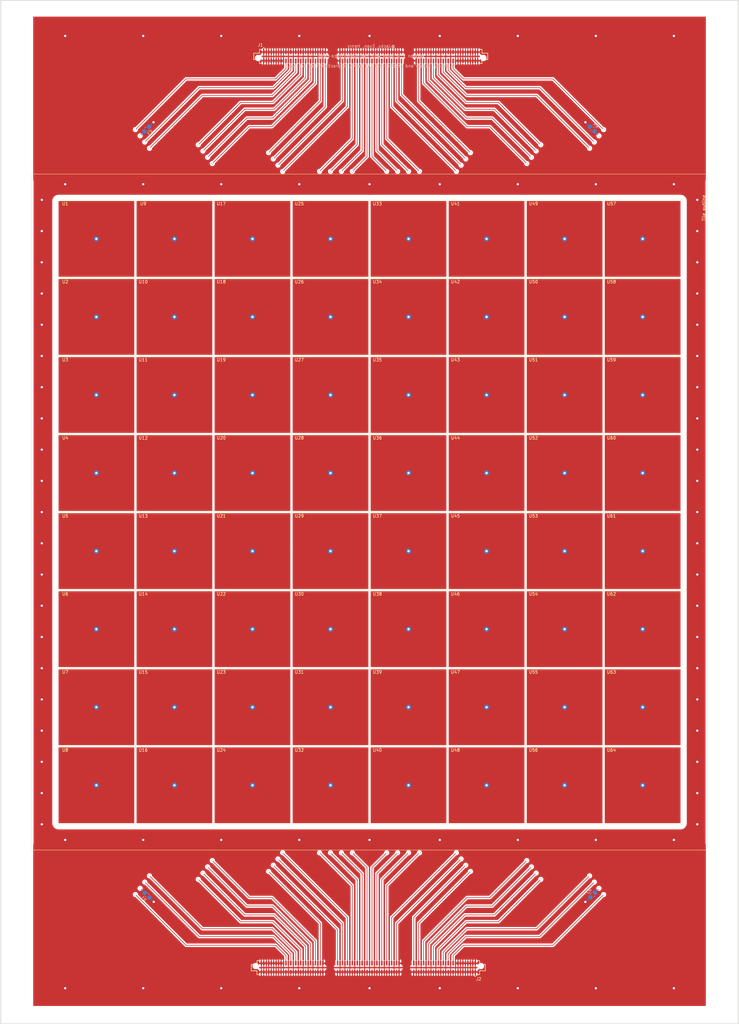
<source format=kicad_pcb>
(kicad_pcb (version 20221018) (generator pcbnew)
  (title_block (title "stripline-pickup-a") (rev "1a") (comment 1 "30 strips") (comment 2 "50 ohm") (comment 3 "four layer, 9.1 mil prepreg") (comment 4 "same spacing as glass anode"))
  (layers (0 "F.Cu" signal) (1 "In1.Cu" power) (2 "In2.Cu" power) (3 "In3.Cu" power) (4 "In4.Cu" signal) (31 "B.Cu" power) (34 "B.Paste" user) (35 "F.Paste" user) (36 "B.SilkS" user "B.Silkscreen") (37 "F.SilkS" user "F.Silkscreen") (38 "B.Mask" user) (39 "F.Mask" user) (44 "Edge.Cuts" user))
  (net 0 "")
  (net 1 "/h8")
  (net 2 "/h7")
  (net 3 "/h6")
  (net 4 "/h5")
  (net 5 "/h4")
  (net 6 "/h3")
  (net 7 "/h2")
  (net 8 "/h1")
  (net 9 "/g8")
  (net 10 "/g7")
  (net 11 "/g6")
  (net 12 "/g5")
  (net 13 "/g4")
  (net 14 "/g3")
  (net 15 "/g2")
  (net 16 "/g1")
  (net 17 "/f8")
  (net 18 "/f7")
  (net 19 "/f6")
  (net 20 "/f5")
  (net 21 "/f4")
  (net 22 "/f3")
  (net 23 "/f2")
  (net 24 "/f1")
  (net 25 "/e8")
  (net 26 "/e7")
  (net 27 "/e6")
  (net 28 "/a5")
  (net 29 "/e4")
  (net 30 "/e3")
  (net 31 "/e2")
  (net 32 "/e1")
  (net 33 "/d8")
  (net 34 "/d7")
  (net 35 "/d6")
  (net 36 "/d5")
  (net 37 "/d4")
  (net 38 "/d3")
  (net 39 "/d2")
  (net 40 "/d1")
  (net 41 "/c8")
  (net 42 "/c7")
  (net 43 "/c6")
  (net 44 "/c5")
  (net 45 "/c4")
  (net 46 "/c3")
  (net 47 "/c2")
  (net 48 "/c1")
  (net 49 "/b8")
  (net 50 "/b7")
  (net 51 "/b6")
  (net 52 "/b5")
  (net 53 "/b4")
  (net 54 "/b3")
  (net 55 "/b2")
  (net 56 "/b1")
  (net 57 "/a8")
  (net 58 "/a7")
  (net 59 "/a6")
  (net 60 "/a4")
  (net 61 "/a3")
  (net 62 "/a2")
  (net 63 "/a1")
  (net 64 "/e5")
  (net 65 "GND")
  (footprint "Mounting_Holes:MountingHole_5mm" (layer "F.Cu") (at 114.996293 -110.018 90)
    (fp_text reference "REF**" hide)
    (fp_text value "MountingHole_5mm" hide)
  )
  (footprint "Mounting_Holes:MountingHole_5mm" (layer "F.Cu") (at 114.996293 54.982 90)
    (fp_text reference "REF**" hide)
    (fp_text value "MountingHole_5mm" hide)
  )
  (footprint "Mounting_Holes:MountingHole_5mm" (layer "F.Cu") (at -115.003707 109.982 90)
    (fp_text reference "REF**" hide)
    (fp_text value "MountingHole_5mm" hide)
  )
  (footprint "Mounting_Holes:MountingHole_5mm" (layer "F.Cu") (at -115.003707 54.982 90)
    (fp_text reference "REF**" hide)
    (fp_text value "MountingHole_5mm" hide)
  )
  (footprint "Mounting_Holes:MountingHole_5mm" (layer "F.Cu") (at 114.996293 109.982 90)
    (fp_text reference "REF**" hide)
    (fp_text value "MountingHole_5mm" hide)
  )
  (footprint "Mounting_Holes:MountingHole_5mm" (layer "F.Cu") (at 114.996293 -55.018 90)
    (fp_text reference "REF**" hide)
    (fp_text value "MountingHole_5mm" hide)
  )
  (footprint "Mounting_Holes:MountingHole_5mm" (layer "F.Cu") (at -115.003707 -55.018 90)
    (fp_text reference "REF**" hide)
    (fp_text value "MountingHole_5mm" hide)
  )
  (footprint "AnodePads:anode_square_pad" (layer "F.Cu") (at -63.5 -63.5)
    (fp_text reference "U10")
    (fp_text value "anode_pad")
  )
  (footprint "AnodePads:anode_square_pad" (layer "F.Cu") (at -63.5 -38.1)
    (fp_text reference "U11")
    (fp_text value "anode_pad")
  )
  (footprint "AnodePads:anode_square_pad" (layer "F.Cu") (at -63.5 12.7)
    (fp_text reference "U13")
    (fp_text value "anode_pad")
  )
  (footprint "AnodePads:anode_square_pad" (layer "F.Cu") (at -63.5 63.5)
    (fp_text reference "U15")
    (fp_text value "anode_pad")
  )
  (footprint "AnodePads:anode_square_pad" (layer "F.Cu") (at -63.5 88.9)
    (fp_text reference "U16")
    (fp_text value "anode_pad")
  )
  (footprint "AnodePads:anode_square_pad" (layer "F.Cu") (at -38.1 -38.1)
    (fp_text reference "U19")
    (fp_text value "anode_pad")
  )
  (footprint "AnodePads:anode_square_pad" (layer "F.Cu") (at -88.9 -38.1)
    (fp_text reference "U3")
    (fp_text value "anode_pad")
  )
  (footprint "AnodePads:anode_square_pad" (layer "F.Cu") (at -88.9 12.7)
    (fp_text reference "U5")
    (fp_text value "anode_pad")
  )
  (footprint "AnodePads:anode_square_pad" (layer "F.Cu") (at -88.9 63.5)
    (fp_text reference "U7")
    (fp_text value "anode_pad")
  )
  (footprint "AnodePads:anode_square_pad" (layer "F.Cu") (at -63.5 38.1)
    (fp_text reference "U14")
    (fp_text value "anode_pad")
  )
  (footprint "AnodePads:anode_square_pad" (layer "F.Cu") (at -38.1 -88.9)
    (fp_text reference "U17")
    (fp_text value "anode_pad")
  )
  (footprint "AnodePads:anode_square_pad" (layer "F.Cu") (at -88.9 38.1)
    (fp_text reference "U6")
    (fp_text value "anode_pad")
  )
  (footprint "AnodePads:anode_square_pad" (layer "F.Cu") (at -38.1 -63.5)
    (fp_text reference "U18")
    (fp_text value "anode_pad")
  )
  (footprint "AnodePads:anode_square_pad" (layer "F.Cu") (at -88.9 -63.5)
    (fp_text reference "U2")
    (fp_text value "anode_pad")
  )
  (footprint "AnodePads:anode_square_pad" (layer "F.Cu") (at -88.9 88.9)
    (fp_text reference "U8")
    (fp_text value "anode_pad")
  )
  (footprint "AnodePads:anode_square_pad" (layer "F.Cu") (at -88.9 -12.7)
    (fp_text reference "U4")
    (fp_text value "anode_pad")
  )
  (footprint "AnodePads:anode_square_pad" (layer "F.Cu") (at -63.5 -88.9)
    (fp_text reference "U9")
    (fp_text value "anode_pad")
  )
  (footprint "AnodePads:anode_square_pad" (layer "F.Cu") (at -63.5 -12.7)
    (fp_text reference "U12")
    (fp_text value "anode_pad")
  )
  (footprint "AnodePads:anode_square_pad" (layer "F.Cu") (at 88.9 38.1)
    (fp_text reference "U62")
    (fp_text value "anode_pad")
  )
  (footprint "AnodePads:anode_square_pad" (layer "F.Cu") (at 88.9 63.5)
    (fp_text reference "U63")
    (fp_text value "anode_pad")
  )
  (footprint "AnodePads:anode_square_pad" (layer "F.Cu") (at 63.5 88.9)
    (fp_text reference "U56")
    (fp_text value "anode_pad")
  )
  (footprint "AnodePads:anode_square_pad" (layer "F.Cu") (at 88.9 -88.9)
    (fp_text reference "U57")
    (fp_text value "anode_pad")
  )
  (footprint "AnodePads:anode_square_pad" (layer "F.Cu") (at 88.9 12.7)
    (fp_text reference "U61")
    (fp_text value "anode_pad")
  )
  (footprint "AnodePads:anode_square_pad" (layer "F.Cu") (at 88.9 88.9)
    (fp_text reference "U64")
    (fp_text value "anode_pad")
  )
  (footprint "AnodePads:anode_square_pad" (layer "F.Cu") (at 88.9 -63.5)
    (fp_text reference "U58")
    (fp_text value "anode_pad")
  )
  (footprint "AnodePads:anode_square_pad" (layer "F.Cu") (at 88.9 -38.1)
    (fp_text reference "U59")
    (fp_text value "anode_pad")
  )
  (footprint "AnodePads:anode_square_pad" (layer "F.Cu") (at 88.9 -12.7)
    (fp_text reference "U60")
    (fp_text value "anode_pad")
  )
  (footprint "AnodePads:anode_square_pad" (layer "F.Cu") (at 38.1 -88.9)
    (fp_text reference "U41")
    (fp_text value "anode_pad")
  )
  (footprint "AnodePads:anode_square_pad" (layer "F.Cu") (at 12.7 88.9)
    (fp_text reference "U40")
    (fp_text value "anode_pad")
  )
  (footprint "AnodePads:anode_square_pad" (layer "F.Cu") (at 38.1 -12.7)
    (fp_text reference "U44")
    (fp_text value "anode_pad")
  )
  (footprint "AnodePads:anode_square_pad" (layer "F.Cu") (at 63.5 12.7)
    (fp_text reference "U53")
    (fp_text value "anode_pad")
  )
  (footprint "AnodePads:anode_square_pad" (layer "F.Cu") (at 38.1 -63.5)
    (fp_text reference "U42")
    (fp_text value "anode_pad")
  )
  (footprint "AnodePads:anode_square_pad" (layer "F.Cu") (at 38.1 88.9)
    (fp_text reference "U48")
    (fp_text value "anode_pad")
  )
  (footprint "AnodePads:anode_square_pad" (layer "F.Cu") (at 63.5 63.5)
    (fp_text reference "U55")
    (fp_text value "anode_pad")
  )
  (footprint "AnodePads:anode_square_pad" (layer "F.Cu") (at 38.1 -38.1)
    (fp_text reference "U43")
    (fp_text value "anode_pad")
  )
  (footprint "AnodePads:anode_square_pad" (layer "F.Cu") (at 63.5 -38.1)
    (fp_text reference "U51")
    (fp_text value "anode_pad")
  )
  (footprint "AnodePads:anode_square_pad" (layer "F.Cu") (at 63.5 -12.7)
    (fp_text reference "U52")
    (fp_text value "anode_pad")
  )
  (footprint "AnodePads:anode_square_pad" (layer "F.Cu") (at 38.1 38.1)
    (fp_text reference "U46")
    (fp_text value "anode_pad")
  )
  (footprint "AnodePads:anode_square_pad" (layer "F.Cu") (at 63.5 38.1)
    (fp_text reference "U54")
    (fp_text value "anode_pad")
  )
  (footprint "AnodePads:anode_square_pad" (layer "F.Cu") (at 38.1 63.5)
    (fp_text reference "U47")
    (fp_text value "anode_pad")
  )
  (footprint "AnodePads:anode_square_pad" (layer "F.Cu") (at 63.5 -63.5)
    (fp_text reference "U50")
    (fp_text value "anode_pad")
  )
  (footprint "AnodePads:anode_square_pad" (layer "F.Cu") (at 63.5 -88.9)
    (fp_text reference "U49")
    (fp_text value "anode_pad")
  )
  (footprint "AnodePads:anode_square_pad" (layer "F.Cu") (at 12.7 38.1)
    (fp_text reference "U38")
    (fp_text value "anode_pad")
  )
  (footprint "AnodePads:anode_square_pad" (layer "F.Cu") (at 12.7 63.5)
    (fp_text reference "U39")
    (fp_text value "anode_pad")
  )
  (footprint "AnodePads:anode_square_pad" (layer "F.Cu") (at 38.1 12.7)
    (fp_text reference "U45")
    (fp_text value "anode_pad")
  )
  (footprint "AnodePads:anode_square_pad" (layer "F.Cu") (at -88.9 -88.9)
    (fp_text reference "U1")
    (fp_text value "anode_pad")
  )
  (footprint "AnodePads:anode_square_pad" (layer "F.Cu") (at -12.7 -38.1)
    (fp_text reference "U27")
    (fp_text value "anode_pad")
  )
  (footprint "AnodePads:anode_square_pad" (layer "F.Cu") (at 12.7 12.7)
    (fp_text reference "U37")
    (fp_text value "anode_pad")
  )
  (footprint "AnodePads:anode_square_pad" (layer "F.Cu") (at -38.1 -12.7)
    (fp_text reference "U20")
    (fp_text value "anode_pad")
  )
  (footprint "AnodePads:anode_square_pad" (layer "F.Cu") (at -38.1 12.7)
    (fp_text reference "U21")
    (fp_text value "anode_pad")
  )
  (footprint "AnodePads:anode_square_pad" (layer "F.Cu") (at -38.1 88.9)
    (fp_text reference "U24")
    (fp_text value "anode_pad")
  )
  (footprint "AnodePads:anode_square_pad" (layer "F.Cu") (at -12.7 -12.7)
    (fp_text reference "U28")
    (fp_text value "anode_pad")
  )
  (footprint "AnodePads:anode_square_pad" (layer "F.Cu") (at -12.7 12.7)
    (fp_text reference "U29")
    (fp_text value "anode_pad")
  )
  (footprint "AnodePads:anode_square_pad" (layer "F.Cu") (at 12.7 -38.1)
    (fp_text reference "U35")
    (fp_text value "anode_pad")
  )
  (footprint "AnodePads:anode_square_pad" (layer "F.Cu") (at -12.7 88.9)
    (fp_text reference "U32")
    (fp_text value "anode_pad")
  )
  (footprint "AnodePads:anode_square_pad" (layer "F.Cu") (at 12.7 -88.9)
    (fp_text reference "U33")
    (fp_text value "anode_pad")
  )
  (footprint "AnodePads:anode_square_pad" (layer "F.Cu") (at 12.7 -12.7)
    (fp_text reference "U36")
    (fp_text value "anode_pad")
  )
  (footprint "AnodePads:anode_square_pad" (layer "F.Cu") (at -38.1 38.1)
    (fp_text reference "U22")
    (fp_text value "anode_pad")
  )
  (footprint "AnodePads:anode_square_pad" (layer "F.Cu") (at -38.1 63.5)
    (fp_text reference "U23")
    (fp_text value "anode_pad")
  )
  (footprint "AnodePads:anode_square_pad" (layer "F.Cu") (at 12.7 -63.5)
    (fp_text reference "U34")
    (fp_text value "anode_pad")
  )
  (footprint "AnodePads:anode_square_pad" (layer "F.Cu") (at -12.7 -88.9)
    (fp_text reference "U25")
    (fp_text value "anode_pad")
  )
  (footprint "AnodePads:anode_square_pad" (layer "F.Cu") (at -12.7 38.1)
    (fp_text reference "U30")
    (fp_text value "anode_pad")
  )
  (footprint "AnodePads:anode_square_pad" (layer "F.Cu") (at -12.7 63.5)
    (fp_text reference "U31")
    (fp_text value "anode_pad")
  )
  (footprint "AnodePads:anode_square_pad" (layer "F.Cu") (at -12.7 -63.5)
    (fp_text reference "U26")
    (fp_text value "anode_pad")
  )
  (footprint "AnodePads:SAMTEC_QRM8-078-05.0-L-D-A" (layer "F.Cu") (at -0.40005 148.23342 180)
    (fp_text reference "J2")
    (fp_text value "QRM8-078-05.0-L-D-A")
  )
  (footprint "AnodePads:SAMTEC_QRM8-078-05.0-L-D-A" (layer "F.Cu") (at 0.40005 -148.27018)
    (fp_text reference "J1")
    (fp_text value "QRM8-078-05.0-L-D-A")
  )
  (footprint "Mounting_Holes:MountingHole_5mm" (layer "F.Cu") (at -115.003707 -110.018 90)
    (fp_text reference "REF**" hide)
    (fp_text value "MountingHole_5mm" hide)
  )
  (footprint "Resistor_SMD:R_0805_2012Metric_Pad1.15x1.40mm_HandSolder" (layer "B.Cu") (at -72.389116 124.689484 -45)
    (fp_text reference "R1")
    (fp_text value "R_Small")
  )
  (footprint "Resistor_SMD:R_0805_2012Metric_Pad1.15x1.40mm_HandSolder" (layer "B.Cu") (at 72.617716 124.587884 -135)
    (fp_text reference "R2")
    (fp_text value "R_Small")
  )
  (footprint "Resistor_SMD:R_0805_2012Metric_Pad1.15x1.40mm_HandSolder" (layer "B.Cu") (at 72.4789 -124.6505 135)
    (fp_text reference "R4")
    (fp_text value "R_Small")
  )
  (footprint "Resistor_SMD:R_0805_2012Metric_Pad1.15x1.40mm_HandSolder" (layer "B.Cu") (at -72.5043 -124.6505 45)
    (fp_text reference "R3")
    (fp_text value "R_Small")
  )
  (gr_line (start -109.982 109.982) (end -109.982 -109.982) (stroke (width 0.12)) (layer "F.SilkS"))
  (gr_line (start 109.982 -109.982) (end 109.982 109.982) (stroke (width 0.12)) (layer "F.SilkS"))
  (gr_line (start -109.982 -109.982) (end 109.982 -109.982) (stroke (width 0.12)) (layer "F.SilkS"))
  (gr_line (start 109.982 109.982) (end -109.982 109.982) (stroke (width 0.12)) (layer "F.SilkS"))
  (gr_line (start 119.996293 166.528) (end 119.996293 -166.528) (stroke (width 0.2)) (layer "Edge.Cuts"))
  (gr_line (start -120.003707 -166.528) (end -120.003707 166.528) (stroke (width 0.2)) (layer "Edge.Cuts"))
  (gr_line (start -120.003707 166.528) (end 119.996293 166.528) (stroke (width 0.2)) (layer "Edge.Cuts"))
  (gr_line (start -120.003707 -166.528) (end 119.996293 -166.528) (stroke (width 0.2)) (layer "Edge.Cuts"))
  (gr_text "@Jacky, Evan, Henry\n\nVersion 2 - 8mm with Pad-GND-Trace-GND\n\n\"In theory, theory and practice are the same. In practice, they are not.\"" (at 0.5715 -148.3995) (layer "B.SilkS") (effects (font (size 1 1)) (justify mirror)))
  (gr_text "Tile outline" (at 108.805493 -98.96154 90) (layer "F.SilkS") (effects (font (size 1 1))))
  (via (at 74.676 122.428) (size 0.7366) (drill 0.6858) (layers "F.Cu" "B.Cu") (net 1))
  (segment (start 74.676 122.428) (end 74.676 122.5296) (width 0.25) (layer "B.Cu") (net 1))
  (segment (start 74.676 122.5296) (end 73.3425 123.8631) (width 0.25) (layer "B.Cu") (net 1))
  (segment (start 73.152 120.396) (end 55.4355 138.1125) (width 0.2) (layer "F.Cu") (net 2))
  (segment (start 25.59995 143.81805) (end 25.59995 146.84518) (width 0.2) (layer "F.Cu") (net 2))
  (segment (start 31.3055 138.1125) (end 25.59995 143.81805) (width 0.2) (layer "F.Cu") (net 2))
  (segment (start 55.4355 138.1125) (end 31.3055 138.1125) (width 0.2) (layer "F.Cu") (net 2))
  (via (at 73.152 120.396) (size 0.7366) (drill 0.6858) (layers "F.Cu" "B.Cu") (net 2))
  (segment (start 76.2 124.46) (end 59.7027 140.9573) (width 0.2) (layer "F.Cu") (net 3))
  (segment (start 27.19995 144.31355) (end 27.19995 146.84518) (width 0.2) (layer "F.Cu") (net 3))
  (segment (start 30.5562 140.9573) (end 27.19995 144.31355) (width 0.2) (layer "F.Cu") (net 3))
  (segment (start 59.7027 140.9573) (end 30.5562 140.9573) (width 0.2) (layer "F.Cu") (net 3))
  (via (at 76.2 124.46) (size 0.7366) (drill 0.6858) (layers "F.Cu" "B.Cu") (net 3))
  (segment (start 23.99995 143.19555) (end 23.99995 146.84518) (width 0.2) (layer "F.Cu") (net 4))
  (segment (start 31.623 135.5725) (end 23.99995 143.19555) (width 0.2) (layer "F.Cu") (net 4))
  (segment (start 54.4195 135.5725) (end 55.753 134.239) (width 0.2) (layer "F.Cu") (net 4))
  (segment (start 71.628 118.364) (end 55.753 134.239) (width 0.2) (layer "F.Cu") (net 4))
  (segment (start 31.623 135.5725) (end 54.4195 135.5725) (width 0.2) (layer "F.Cu") (net 4))
  (via (at 71.628 118.364) (size 0.7366) (drill 0.6858) (layers "F.Cu" "B.Cu") (net 4))
  (segment (start 23.99995 -143.19555) (end 23.99995 -146.84518) (width 0.2) (layer "F.Cu") (net 5))
  (segment (start 31.623 -135.5725) (end 23.99995 -143.19555) (width 0.2) (layer "F.Cu") (net 5))
  (segment (start 54.4195 -135.5725) (end 55.753 -134.239) (width 0.2) (layer "F.Cu") (net 5))
  (segment (start 71.628 -118.364) (end 55.753 -134.239) (width 0.2) (layer "F.Cu") (net 5))
  (segment (start 31.623 -135.5725) (end 54.4195 -135.5725) (width 0.2) (layer "F.Cu") (net 5))
  (via (at 71.628 -118.364) (size 0.7366) (drill 0.6858) (layers "F.Cu" "B.Cu") (net 5))
  (segment (start 76.2 -124.46) (end 59.7027 -140.9573) (width 0.2) (layer "F.Cu") (net 6))
  (segment (start 27.19995 -144.31355) (end 27.19995 -146.84518) (width 0.2) (layer "F.Cu") (net 6))
  (segment (start 30.5562 -140.9573) (end 27.19995 -144.31355) (width 0.2) (layer "F.Cu") (net 6))
  (segment (start 59.7027 -140.9573) (end 30.5562 -140.9573) (width 0.2) (layer "F.Cu") (net 6))
  (via (at 76.2 -124.46) (size 0.7366) (drill 0.6858) (layers "F.Cu" "B.Cu") (net 6))
  (segment (start 73.152 -120.396) (end 55.4355 -138.1125) (width 0.2) (layer "F.Cu") (net 7))
  (segment (start 25.59995 -143.81805) (end 25.59995 -146.84518) (width 0.2) (layer "F.Cu") (net 7))
  (segment (start 31.3055 -138.1125) (end 25.59995 -143.81805) (width 0.2) (layer "F.Cu") (net 7))
  (segment (start 55.4355 -138.1125) (end 31.3055 -138.1125) (width 0.2) (layer "F.Cu") (net 7))
  (via (at 73.152 -120.396) (size 0.7366) (drill 0.6858) (layers "F.Cu" "B.Cu") (net 7))
  (via (at 74.676 -122.428) (size 0.7366) (drill 0.6858) (layers "F.Cu" "B.Cu") (net 8))
  (segment (start 74.676 -122.4534) (end 73.203684 -123.925716) (width 0.25) (layer "B.Cu") (net 8))
  (segment (start 74.676 -122.428) (end 74.676 -122.4534) (width 0.25) (layer "B.Cu") (net 8))
  (segment (start 54.229 117.475) (end 43.14825 128.55575) (width 0.2) (layer "F.Cu") (net 9))
  (segment (start 20.79995 141.31555) (end 31.0515 131.064) (width 0.2) (layer "F.Cu") (net 9))
  (segment (start 20.79995 146.84518) (end 20.79995 141.31555) (width 0.2) (layer "F.Cu") (net 9))
  (segment (start 40.64 131.064) (end 43.14825 128.55575) (width 0.2) (layer "F.Cu") (net 9))
  (segment (start 31.0515 131.064) (end 40.64 131.064) (width 0.2) (layer "F.Cu") (net 9))
  (segment (start 43.14825 128.55575) (end 42.2783 129.4257) (width 0.2) (layer "F.Cu") (net 9))
  (via (at 54.229 117.475) (size 0.7366) (drill 0.6858) (layers "F.Cu" "B.Cu") (net 9))
  (segment (start 39.9415 128.2065) (end 41.8465 126.3015) (width 0.2) (layer "F.Cu") (net 10))
  (segment (start 41.8465 126.3015) (end 41.5163 126.6317) (width 0.2) (layer "F.Cu") (net 10))
  (segment (start 19.19995 146.84518) (end 19.19995 140.50255) (width 0.2) (layer "F.Cu") (net 10))
  (segment (start 19.19995 140.50255) (end 31.496 128.2065) (width 0.2) (layer "F.Cu") (net 10))
  (segment (start 52.705 115.443) (end 41.8465 126.3015) (width 0.2) (layer "F.Cu") (net 10))
  (segment (start 31.496 128.2065) (end 39.9415 128.2065) (width 0.2) (layer "F.Cu") (net 10))
  (via (at 52.705 115.443) (size 0.7366) (drill 0.6858) (layers "F.Cu" "B.Cu") (net 10))
  (segment (start 22.39995 146.84518) (end 22.39995 142.31905) (width 0.2) (layer "F.Cu") (net 11))
  (segment (start 31.4325 133.2865) (end 41.9735 133.2865) (width 0.2) (layer "F.Cu") (net 11))
  (segment (start 55.753 119.507) (end 44.22775 131.03225) (width 0.2) (layer "F.Cu") (net 11))
  (segment (start 44.22775 131.03225) (end 43.0911 132.1689) (width 0.2) (layer "F.Cu") (net 11))
  (segment (start 22.39995 142.31905) (end 31.4325 133.2865) (width 0.2) (layer "F.Cu") (net 11))
  (segment (start 41.9735 133.2865) (end 44.22775 131.03225) (width 0.2) (layer "F.Cu") (net 11))
  (via (at 55.753 119.507) (size 0.7366) (drill 0.6858) (layers "F.Cu" "B.Cu") (net 11))
  (segment (start 17.59995 139.56255) (end 31.75 125.4125) (width 0.2) (layer "F.Cu") (net 12))
  (segment (start 31.75 125.4125) (end 39.1795 125.4125) (width 0.2) (layer "F.Cu") (net 12))
  (segment (start 39.1795 125.4125) (end 41.275 123.317) (width 0.2) (layer "F.Cu") (net 12))
  (segment (start 41.275 123.317) (end 41.0591 123.5329) (width 0.2) (layer "F.Cu") (net 12))
  (segment (start 17.59995 146.84518) (end 17.59995 139.56255) (width 0.2) (layer "F.Cu") (net 12))
  (segment (start 51.181 113.411) (end 41.275 123.317) (width 0.2) (layer "F.Cu") (net 12))
  (via (at 51.181 113.411) (size 0.7366) (drill 0.6858) (layers "F.Cu" "B.Cu") (net 12))
  (segment (start 17.59995 -139.56255) (end 31.75 -125.4125) (width 0.2) (layer "F.Cu") (net 13))
  (segment (start 31.75 -125.4125) (end 39.1795 -125.4125) (width 0.2) (layer "F.Cu") (net 13))
  (segment (start 39.1795 -125.4125) (end 41.275 -123.317) (width 0.2) (layer "F.Cu") (net 13))
  (segment (start 41.275 -123.317) (end 41.0591 -123.5329) (width 0.2) (layer "F.Cu") (net 13))
  (segment (start 17.59995 -146.84518) (end 17.59995 -139.56255) (width 0.2) (layer "F.Cu") (net 13))
  (segment (start 51.181 -113.411) (end 41.275 -123.317) (width 0.2) (layer "F.Cu") (net 13))
  (via (at 51.181 -113.411) (size 0.7366) (drill 0.6858) (layers "F.Cu" "B.Cu") (net 13))
  (segment (start 22.39995 -146.84518) (end 22.39995 -142.31905) (width 0.2) (layer "F.Cu") (net 14))
  (segment (start 31.4325 -133.2865) (end 41.9735 -133.2865) (width 0.2) (layer "F.Cu") (net 14))
  (segment (start 55.753 -119.507) (end 44.22775 -131.03225) (width 0.2) (layer "F.Cu") (net 14))
  (segment (start 44.22775 -131.03225) (end 43.0911 -132.1689) (width 0.2) (layer "F.Cu") (net 14))
  (segment (start 22.39995 -142.31905) (end 31.4325 -133.2865) (width 0.2) (layer "F.Cu") (net 14))
  (segment (start 41.9735 -133.2865) (end 44.22775 -131.03225) (width 0.2) (layer "F.Cu") (net 14))
  (via (at 55.753 -119.507) (size 0.7366) (drill 0.6858) (layers "F.Cu" "B.Cu") (net 14))
  (segment (start 39.9415 -128.2065) (end 41.8465 -126.3015) (width 0.2) (layer "F.Cu") (net 15))
  (segment (start 41.8465 -126.3015) (end 41.5163 -126.6317) (width 0.2) (layer "F.Cu") (net 15))
  (segment (start 19.19995 -146.84518) (end 19.19995 -140.50255) (width 0.2) (layer "F.Cu") (net 15))
  (segment (start 19.19995 -140.50255) (end 31.496 -128.2065) (width 0.2) (layer "F.Cu") (net 15))
  (segment (start 52.705 -115.443) (end 41.8465 -126.3015) (width 0.2) (layer "F.Cu") (net 15))
  (segment (start 31.496 -128.2065) (end 39.9415 -128.2065) (width 0.2) (layer "F.Cu") (net 15))
  (via (at 52.705 -115.443) (size 0.7366) (drill 0.6858) (layers "F.Cu" "B.Cu") (net 15))
  (segment (start 54.229 -117.475) (end 43.14825 -128.55575) (width 0.2) (layer "F.Cu") (net 16))
  (segment (start 20.79995 -141.31555) (end 31.0515 -131.064) (width 0.2) (layer "F.Cu") (net 16))
  (segment (start 20.79995 -146.84518) (end 20.79995 -141.31555) (width 0.2) (layer "F.Cu") (net 16))
  (segment (start 40.64 -131.064) (end 43.14825 -128.55575) (width 0.2) (layer "F.Cu") (net 16))
  (segment (start 31.0515 -131.064) (end 40.64 -131.064) (width 0.2) (layer "F.Cu") (net 16))
  (segment (start 43.14825 -128.55575) (end 42.2783 -129.4257) (width 0.2) (layer "F.Cu") (net 16))
  (via (at 54.229 -117.475) (size 0.7366) (drill 0.6858) (layers "F.Cu" "B.Cu") (net 16))
  (segment (start 14.39995 146.84518) (end 14.39995 131.82785) (width 0.2) (layer "F.Cu") (net 17))
  (segment (start 14.39995 131.82785) (end 31.32074 114.90706) (width 0.2) (layer "F.Cu") (net 17))
  (via (at 31.32074 114.90706) (size 0.7366) (drill 0.6858) (layers "F.Cu" "B.Cu") (net 17))
  (segment (start 29.79674 112.87506) (end 8.79995 133.87185) (width 0.2) (layer "F.Cu") (net 18))
  (segment (start 8.79995 133.87185) (end 8.79995 146.84518) (width 0.2) (layer "F.Cu") (net 18))
  (via (at 29.79674 112.87506) (size 0.7366) (drill 0.6858) (layers "F.Cu" "B.Cu") (net 18))
  (segment (start 15.99995 146.84518) (end 15.99995 133.78385) (width 0.2) (layer "F.Cu") (net 19))
  (segment (start 15.99995 133.78385) (end 32.84474 116.93906) (width 0.2) (layer "F.Cu") (net 19))
  (via (at 32.84474 116.93906) (size 0.7366) (drill 0.6858) (layers "F.Cu" "B.Cu") (net 19))
  (segment (start 28.27274 110.84306) (end 7.19995 131.91585) (width 0.2) (layer "F.Cu") (net 20))
  (segment (start 7.19995 131.91585) (end 7.19995 146.84518) (width 0.2) (layer "F.Cu") (net 20))
  (via (at 28.27274 110.84306) (size 0.7366) (drill 0.6858) (layers "F.Cu" "B.Cu") (net 20))
  (segment (start 28.27274 -110.84306) (end 7.19995 -131.91585) (width 0.2) (layer "F.Cu") (net 21))
  (segment (start 7.19995 -131.91585) (end 7.19995 -146.84518) (width 0.2) (layer "F.Cu") (net 21))
  (via (at 28.27274 -110.84306) (size 0.7366) (drill 0.6858) (layers "F.Cu" "B.Cu") (net 21))
  (segment (start 15.99995 -146.84518) (end 15.99995 -133.78385) (width 0.2) (layer "F.Cu") (net 22))
  (segment (start 15.99995 -133.78385) (end 32.84474 -116.93906) (width 0.2) (layer "F.Cu") (net 22))
  (via (at 32.84474 -116.93906) (size 0.7366) (drill 0.6858) (layers "F.Cu" "B.Cu") (net 22))
  (segment (start 29.79674 -112.87506) (end 8.79995 -133.87185) (width 0.2) (layer "F.Cu") (net 23))
  (segment (start 8.79995 -133.87185) (end 8.79995 -146.84518) (width 0.2) (layer "F.Cu") (net 23))
  (via (at 29.79674 -112.87506) (size 0.7366) (drill 0.6858) (layers "F.Cu" "B.Cu") (net 23))
  (segment (start 16.63065 -129.59715) (end 31.32074 -114.90706) (width 0.2) (layer "F.Cu") (net 24))
  (segment (start 14.39995 -131.82785) (end 16.63065 -129.59715) (width 0.2) (layer "F.Cu") (net 24))
  (segment (start 10.40005 -146.84518) (end 10.40005 -135.82775) (width 0.2) (layer "F.Cu") (net 24))
  (segment (start 10.40005 -135.82775) (end 16.63065 -129.59715) (width 0.2) (layer "F.Cu") (net 24))
  (via (at 31.32074 -114.90706) (size 0.7366) (drill 0.6858) (layers "F.Cu" "B.Cu") (net 24))
  (segment (start 12.7 110.871) (end 3.99995 119.57105) (width 0.2) (layer "F.Cu") (net 25))
  (segment (start 3.99995 119.57105) (end 3.99995 146.84518) (width 0.2) (layer "F.Cu") (net 25))
  (via (at 12.7 110.871) (size 0.7366) (drill 0.6858) (layers "F.Cu" "B.Cu") (net 25))
  (segment (start 9.144 110.871) (end 2.39995 117.61505) (width 0.2) (layer "F.Cu") (net 26))
  (segment (start 2.39995 117.61505) (end 2.39995 146.84518) (width 0.2) (layer "F.Cu") (net 26))
  (via (at 9.144 110.871) (size 0.7366) (drill 0.6858) (layers "F.Cu" "B.Cu") (net 26))
  (segment (start 16.256 110.871) (end 5.59995 121.52705) (width 0.2) (layer "F.Cu") (net 27))
  (segment (start 5.59995 121.52705) (end 5.59995 146.84518) (width 0.2) (layer "F.Cu") (net 27))
  (via (at 16.256 110.871) (size 0.7366) (drill 0.6858) (layers "F.Cu" "B.Cu") (net 27))
  (segment (start -23.99995 143.19555) (end -23.99995 146.84518) (width 0.2) (layer "F.Cu") (net 28))
  (segment (start -71.628 118.364) (end -55.753 134.239) (width 0.2) (layer "F.Cu") (net 28))
  (segment (start -31.623 135.5725) (end -23.99995 143.19555) (width 0.2) (layer "F.Cu") (net 28))
  (segment (start -54.4195 135.5725) (end -55.753 134.239) (width 0.2) (layer "F.Cu") (net 28))
  (segment (start -31.623 135.5725) (end -54.4195 135.5725) (width 0.2) (layer "F.Cu") (net 28))
  (via (at -71.628 118.364) (size 0.7366) (drill 0.6858) (layers "F.Cu" "B.Cu") (net 28))
  (segment (start 0.79995 -115.65905) (end 0.79995 -146.84518) (width 0.2) (layer "F.Cu") (net 29))
  (segment (start 5.588 -110.871) (end 0.79995 -115.65905) (width 0.2) (layer "F.Cu") (net 29))
  (via (at 5.588 -110.871) (size 0.7366) (drill 0.6858) (layers "F.Cu" "B.Cu") (net 29))
  (segment (start 16.256 -110.871) (end 5.59995 -121.52705) (width 0.2) (layer "F.Cu") (net 30))
  (segment (start 5.59995 -121.52705) (end 5.59995 -146.84518) (width 0.2) (layer "F.Cu") (net 30))
  (via (at 16.256 -110.871) (size 0.7366) (drill 0.6858) (layers "F.Cu" "B.Cu") (net 30))
  (segment (start 9.144 -110.871) (end 2.39995 -117.61505) (width 0.2) (layer "F.Cu") (net 31))
  (segment (start 2.39995 -117.61505) (end 2.39995 -146.84518) (width 0.2) (layer "F.Cu") (net 31))
  (via (at 9.144 -110.871) (size 0.7366) (drill 0.6858) (layers "F.Cu" "B.Cu") (net 31))
  (segment (start 12.7 -110.871) (end 3.99995 -119.57105) (width 0.2) (layer "F.Cu") (net 32))
  (segment (start 3.99995 -119.57105) (end 3.99995 -146.84518) (width 0.2) (layer "F.Cu") (net 32))
  (via (at 12.7 -110.871) (size 0.7366) (drill 0.6858) (layers "F.Cu" "B.Cu") (net 32))
  (segment (start -12.7 110.871) (end -3.99995 119.57105) (width 0.2) (layer "F.Cu") (net 33))
  (segment (start -3.99995 119.57105) (end -3.99995 146.84518) (width 0.2) (layer "F.Cu") (net 33))
  (via (at -12.7 110.871) (size 0.7366) (drill 0.6858) (layers "F.Cu" "B.Cu") (net 33))
  (segment (start -2.39995 117.61505) (end -2.39995 146.84518) (width 0.2) (layer "F.Cu") (net 34))
  (segment (start -9.144 110.871) (end -2.39995 117.61505) (width 0.2) (layer "F.Cu") (net 34))
  (via (at -9.144 110.871) (size 0.7366) (drill 0.6858) (layers "F.Cu" "B.Cu") (net 34))
  (segment (start -5.59995 121.52705) (end -5.59995 146.84518) (width 0.2) (layer "F.Cu") (net 35))
  (segment (start -16.256 110.871) (end -5.59995 121.52705) (width 0.2) (layer "F.Cu") (net 35))
  (via (at -16.256 110.871) (size 0.7366) (drill 0.6858) (layers "F.Cu" "B.Cu") (net 35))
  (segment (start -5.588 110.871) (end -0.79995 115.65905) (width 0.2) (layer "F.Cu") (net 36))
  (segment (start -0.79995 115.65905) (end -0.79995 146.84518) (width 0.2) (layer "F.Cu") (net 36))
  (via (at -5.588 110.871) (size 0.7366) (drill 0.6858) (layers "F.Cu" "B.Cu") (net 36))
  (segment (start -5.588 -110.871) (end -0.79995 -115.65905) (width 0.2) (layer "F.Cu") (net 37))
  (segment (start -0.79995 -115.65905) (end -0.79995 -146.84518) (width 0.2) (layer "F.Cu") (net 37))
  (via (at -5.588 -110.871) (size 0.7366) (drill 0.6858) (layers "F.Cu" "B.Cu") (net 37))
  (segment (start -16.256 -110.871) (end -5.59995 -121.52705) (width 0.2) (layer "F.Cu") (net 38))
  (segment (start -5.59995 -121.52705) (end -5.59995 -146.84518) (width 0.2) (layer "F.Cu") (net 38))
  (via (at -16.256 -110.871) (size 0.7366) (drill 0.6858) (layers "F.Cu" "B.Cu") (net 38))
  (segment (start -9.144 -110.871) (end -2.39995 -117.61505) (width 0.2) (layer "F.Cu") (net 39))
  (segment (start -2.39995 -117.61505) (end -2.39995 -146.84518) (width 0.2) (layer "F.Cu") (net 39))
  (via (at -9.144 -110.871) (size 0.7366) (drill 0.6858) (layers "F.Cu" "B.Cu") (net 39))
  (segment (start -3.99995 -119.57105) (end -3.99995 -146.84518) (width 0.2) (layer "F.Cu") (net 40))
  (segment (start -12.7 -110.871) (end -3.99995 -119.57105) (width 0.2) (layer "F.Cu") (net 40))
  (via (at -12.7 -110.871) (size 0.7366) (drill 0.6858) (layers "F.Cu" "B.Cu") (net 40))
  (segment (start -10.40005 146.84518) (end -10.40005 135.82775) (width 0.2) (layer "F.Cu") (net 41))
  (segment (start -14.39995 131.82785) (end -16.63065 129.59715) (width 0.2) (layer "F.Cu") (net 41))
  (segment (start -16.63065 129.59715) (end -31.32074 114.90706) (width 0.2) (layer "F.Cu") (net 41))
  (segment (start -10.40005 135.82775) (end -16.63065 129.59715) (width 0.2) (layer "F.Cu") (net 41))
  (via (at -31.32074 114.90706) (size 0.7366) (drill 0.6858) (layers "F.Cu" "B.Cu") (net 41))
  (segment (start -8.79995 133.87185) (end -8.79995 146.84518) (width 0.2) (layer "F.Cu") (net 42))
  (segment (start -29.79674 112.87506) (end -8.79995 133.87185) (width 0.2) (layer "F.Cu") (net 42))
  (via (at -29.79674 112.87506) (size 0.7366) (drill 0.6858) (layers "F.Cu" "B.Cu") (net 42))
  (segment (start -15.99995 146.84518) (end -15.99995 133.78385) (width 0.2) (layer "F.Cu") (net 43))
  (segment (start -15.99995 133.78385) (end -32.84474 116.93906) (width 0.2) (layer "F.Cu") (net 43))
  (via (at -32.84474 116.93906) (size 0.7366) (drill 0.6858) (layers "F.Cu" "B.Cu") (net 43))
  (segment (start -7.19995 131.91585) (end -7.19995 146.84518) (width 0.2) (layer "F.Cu") (net 44))
  (segment (start -28.27274 110.84306) (end -7.19995 131.91585) (width 0.2) (layer "F.Cu") (net 44))
  (via (at -28.27274 110.84306) (size 0.7366) (drill 0.6858) (layers "F.Cu" "B.Cu") (net 44))
  (segment (start -28.27274 -110.84306) (end -7.19995 -131.91585) (width 0.2) (layer "F.Cu") (net 45))
  (segment (start -7.19995 -131.91585) (end -7.19995 -146.84518) (width 0.2) (layer "F.Cu") (net 45))
  (via (at -28.27274 -110.84306) (size 0.7366) (drill 0.6858) (layers "F.Cu" "B.Cu") (net 45))
  (segment (start -15.99995 -146.84518) (end -15.99995 -133.78385) (width 0.2) (layer "F.Cu") (net 46))
  (segment (start -15.99995 -133.78385) (end -32.84474 -116.93906) (width 0.2) (layer "F.Cu") (net 46))
  (via (at -32.84474 -116.93906) (size 0.7366) (drill 0.6858) (layers "F.Cu" "B.Cu") (net 46))
  (segment (start -8.79995 -133.87185) (end -8.79995 -146.84518) (width 0.2) (layer "F.Cu") (net 47))
  (segment (start -29.79674 -112.87506) (end -8.79995 -133.87185) (width 0.2) (layer "F.Cu") (net 47))
  (via (at -29.79674 -112.87506) (size 0.7366) (drill 0.6858) (layers "F.Cu" "B.Cu") (net 47))
  (segment (start -14.39995 -131.82785) (end -31.32074 -114.90706) (width 0.2) (layer "F.Cu") (net 48))
  (segment (start -14.39995 -146.84518) (end -14.39995 -131.82785) (width 0.2) (layer "F.Cu") (net 48))
  (via (at -31.32074 -114.90706) (size 0.7366) (drill 0.6858) (layers "F.Cu" "B.Cu") (net 48))
  (segment (start -54.229 117.475) (end -43.14825 128.55575) (width 0.2) (layer "F.Cu") (net 49))
  (segment (start -20.79995 146.84518) (end -20.79995 141.31555) (width 0.2) (layer "F.Cu") (net 49))
  (segment (start -43.14825 128.55575) (end -42.2783 129.4257) (width 0.2) (layer "F.Cu") (net 49))
  (segment (start -20.79995 141.31555) (end -31.0515 131.064) (width 0.2) (layer "F.Cu") (net 49))
  (segment (start -40.64 131.064) (end -43.14825 128.55575) (width 0.2) (layer "F.Cu") (net 49))
  (segment (start -31.0515 131.064) (end -40.64 131.064) (width 0.2) (layer "F.Cu") (net 49))
  (via (at -54.229 117.475) (size 0.7366) (drill 0.6858) (layers "F.Cu" "B.Cu") (net 49))
  (segment (start -19.19995 140.50255) (end -31.496 128.2065) (width 0.2) (layer "F.Cu") (net 50))
  (segment (start -39.9415 128.2065) (end -41.8465 126.3015) (width 0.2) (layer "F.Cu") (net 50))
  (segment (start -52.705 115.443) (end -41.8465 126.3015) (width 0.2) (layer "F.Cu") (net 50))
  (segment (start -31.496 128.2065) (end -39.9415 128.2065) (width 0.2) (layer "F.Cu") (net 50))
  (segment (start -41.8465 126.3015) (end -41.5163 126.6317) (width 0.2) (layer "F.Cu") (net 50))
  (segment (start -19.19995 146.84518) (end -19.19995 140.50255) (width 0.2) (layer "F.Cu") (net 50))
  (via (at -52.705 115.443) (size 0.7366) (drill 0.6858) (layers "F.Cu" "B.Cu") (net 50))
  (segment (start -44.22775 131.03225) (end -43.0911 132.1689) (width 0.2) (layer "F.Cu") (net 51))
  (segment (start -22.39995 142.31905) (end -31.4325 133.2865) (width 0.2) (layer "F.Cu") (net 51))
  (segment (start -55.753 119.507) (end -44.22775 131.03225) (width 0.2) (layer "F.Cu") (net 51))
  (segment (start -41.9735 133.2865) (end -44.22775 131.03225) (width 0.2) (layer "F.Cu") (net 51))
  (segment (start -31.4325 133.2865) (end -41.9735 133.2865) (width 0.2) (layer "F.Cu") (net 51))
  (segment (start -22.39995 146.84518) (end -22.39995 142.31905) (width 0.2) (layer "F.Cu") (net 51))
  (via (at -55.753 119.507) (size 0.7366) (drill 0.6858) (layers "F.Cu" "B.Cu") (net 51))
  (segment (start -17.59995 139.56255) (end -31.75 125.4125) (width 0.2) (layer "F.Cu") (net 52))
  (segment (start -31.75 125.4125) (end -39.1795 125.4125) (width 0.2) (layer "F.Cu") (net 52))
  (segment (start -17.59995 146.84518) (end -17.59995 139.56255) (width 0.2) (layer "F.Cu") (net 52))
  (segment (start -39.1795 125.4125) (end -41.275 123.317) (width 0.2) (layer "F.Cu") (net 52))
  (segment (start -51.181 113.411) (end -41.275 123.317) (width 0.2) (layer "F.Cu") (net 52))
  (segment (start -41.275 123.317) (end -41.0591 123.5329) (width 0.2) (layer "F.Cu") (net 52))
  (via (at -51.181 113.411) (size 0.7366) (drill 0.6858) (layers "F.Cu" "B.Cu") (net 52))
  (segment (start -39.1795 -125.4125) (end -41.275 -123.317) (width 0.2) (layer "F.Cu") (net 53))
  (segment (start -51.181 -113.411) (end -41.275 -123.317) (width 0.2) (layer "F.Cu") (net 53))
  (segment (start -17.59995 -139.56255) (end -31.75 -125.4125) (width 0.2) (layer "F.Cu") (net 53))
  (segment (start -41.275 -123.317) (end -41.0591 -123.5329) (width 0.2) (layer "F.Cu") (net 53))
  (segment (start -31.75 -125.4125) (end -39.1795 -125.4125) (width 0.2) (layer "F.Cu") (net 53))
  (segment (start -17.59995 -146.84518) (end -17.59995 -139.56255) (width 0.2) (layer "F.Cu") (net 53))
  (via (at -51.181 -113.411) (size 0.7366) (drill 0.6858) (layers "F.Cu" "B.Cu") (net 53))
  (segment (start -44.22775 -131.03225) (end -43.0911 -132.1689) (width 0.2) (layer "F.Cu") (net 54))
  (segment (start -22.39995 -146.84518) (end -22.39995 -142.31905) (width 0.2) (layer "F.Cu") (net 54))
  (segment (start -55.753 -119.507) (end -44.22775 -131.03225) (width 0.2) (layer "F.Cu") (net 54))
  (segment (start -31.4325 -133.2865) (end -41.9735 -133.2865) (width 0.2) (layer "F.Cu") (net 54))
  (segment (start -41.9735 -133.2865) (end -44.22775 -131.03225) (width 0.2) (layer "F.Cu") (net 54))
  (segment (start -22.39995 -142.31905) (end -31.4325 -133.2865) (width 0.2) (layer "F.Cu") (net 54))
  (via (at -55.753 -119.507) (size 0.7366) (drill 0.6858) (layers "F.Cu" "B.Cu") (net 54))
  (segment (start -31.496 -128.2065) (end -39.9415 -128.2065) (width 0.2) (layer "F.Cu") (net 55))
  (segment (start -39.9415 -128.2065) (end -41.8465 -126.3015) (width 0.2) (layer "F.Cu") (net 55))
  (segment (start -52.705 -115.443) (end -41.8465 -126.3015) (width 0.2) (layer "F.Cu") (net 55))
  (segment (start -19.19995 -140.50255) (end -31.496 -128.2065) (width 0.2) (layer "F.Cu") (net 55))
  (segment (start -19.19995 -146.84518) (end -19.19995 -140.50255) (width 0.2) (layer "F.Cu") (net 55))
  (segment (start -41.8465 -126.3015) (end -41.5163 -126.6317) (width 0.2) (layer "F.Cu") (net 55))
  (via (at -52.705 -115.443) (size 0.7366) (drill 0.6858) (layers "F.Cu" "B.Cu") (net 55))
  (segment (start -54.229 -117.475) (end -43.14825 -128.55575) (width 0.2) (layer "F.Cu") (net 56))
  (segment (start -40.64 -131.064) (end -43.14825 -128.55575) (width 0.2) (layer "F.Cu") (net 56))
  (segment (start -20.79995 -141.31555) (end -31.0515 -131.064) (width 0.2) (layer "F.Cu") (net 56))
  (segment (start -31.0515 -131.064) (end -40.64 -131.064) (width 0.2) (layer "F.Cu") (net 56))
  (segment (start -20.79995 -146.84518) (end -20.79995 -141.31555) (width 0.2) (layer "F.Cu") (net 56))
  (segment (start -43.14825 -128.55575) (end -42.2783 -129.4257) (width 0.2) (layer "F.Cu") (net 56))
  (via (at -54.229 -117.475) (size 0.7366) (drill 0.6858) (layers "F.Cu" "B.Cu") (net 56))
  (via (at -74.676 122.428) (size 0.7366) (drill 0.6858) (layers "F.Cu" "B.Cu") (net 57))
  (segment (start -74.6506 122.428) (end -73.1139 123.9647) (width 0.25) (layer "B.Cu") (net 57))
  (segment (start -74.676 122.428) (end -74.6506 122.428) (width 0.25) (layer "B.Cu") (net 57))
  (segment (start -73.152 120.396) (end -55.4355 138.1125) (width 0.2) (layer "F.Cu") (net 58))
  (segment (start -31.3055 138.1125) (end -25.59995 143.81805) (width 0.2) (layer "F.Cu") (net 58))
  (segment (start -55.4355 138.1125) (end -31.3055 138.1125) (width 0.2) (layer "F.Cu") (net 58))
  (segment (start -25.59995 143.81805) (end -25.59995 146.84518) (width 0.2) (layer "F.Cu") (net 58))
  (via (at -73.152 120.396) (size 0.7366) (drill 0.6858) (layers "F.Cu" "B.Cu") (net 58))
  (segment (start -76.2 124.46) (end -59.7027 140.9573) (width 0.2) (layer "F.Cu") (net 59))
  (segment (start -27.19995 144.31355) (end -27.19995 146.84518) (width 0.2) (layer "F.Cu") (net 59))
  (segment (start -59.7027 140.9573) (end -30.5562 140.9573) (width 0.2) (layer "F.Cu") (net 59))
  (segment (start -30.5562 140.9573) (end -27.19995 144.31355) (width 0.2) (layer "F.Cu") (net 59))
  (via (at -76.2 124.46) (size 0.7366) (drill 0.6858) (layers "F.Cu" "B.Cu") (net 59))
  (segment (start -54.4195 -135.5725) (end -55.753 -134.239) (width 0.2) (layer "F.Cu") (net 60))
  (segment (start -31.623 -135.5725) (end -54.4195 -135.5725) (width 0.2) (layer "F.Cu") (net 60))
  (segment (start -71.628 -118.364) (end -55.753 -134.239) (width 0.2) (layer "F.Cu") (net 60))
  (segment (start -31.623 -135.5725) (end -23.99995 -143.19555) (width 0.2) (layer "F.Cu") (net 60))
  (segment (start -23.99995 -143.19555) (end -23.99995 -146.84518) (width 0.2) (layer "F.Cu") (net 60))
  (via (at -71.628 -118.364) (size 0.7366) (drill 0.6858) (layers "F.Cu" "B.Cu") (net 60))
  (segment (start -76.2 -124.46) (end -59.7027 -140.9573) (width 0.2) (layer "F.Cu") (net 61))
  (segment (start -59.7027 -140.9573) (end -30.5562 -140.9573) (width 0.2) (layer "F.Cu") (net 61))
  (segment (start -27.19995 -144.31355) (end -27.19995 -146.84518) (width 0.2) (layer "F.Cu") (net 61))
  (segment (start -30.5562 -140.9573) (end -27.19995 -144.31355) (width 0.2) (layer "F.Cu") (net 61))
  (via (at -76.2 -124.46) (size 0.7366) (drill 0.6858) (layers "F.Cu" "B.Cu") (net 61))
  (segment (start -73.152 -120.396) (end -55.4355 -138.1125) (width 0.2) (layer "F.Cu") (net 62))
  (segment (start -31.3055 -138.1125) (end -25.59995 -143.81805) (width 0.2) (layer "F.Cu") (net 62))
  (segment (start -25.59995 -143.81805) (end -25.59995 -146.84518) (width 0.2) (layer "F.Cu") (net 62))
  (segment (start -55.4355 -138.1125) (end -31.3055 -138.1125) (width 0.2) (layer "F.Cu") (net 62))
  (via (at -73.152 -120.396) (size 0.7366) (drill 0.6858) (layers "F.Cu" "B.Cu") (net 62))
  (via (at -74.676 -122.428) (size 0.7366) (drill 0.6858) (layers "F.Cu" "B.Cu") (net 63))
  (segment (start -74.676 -122.4788) (end -73.229084 -123.925716) (width 0.25) (layer "B.Cu") (net 63))
  (segment (start -74.676 -122.428) (end -74.676 -122.4788) (width 0.25) (layer "B.Cu") (net 63))
  (segment (start 0.79995 115.65905) (end 0.79995 146.84518) (width 0.2) (layer "F.Cu") (net 64))
  (segment (start 5.588 110.871) (end 0.79995 115.65905) (width 0.2) (layer "F.Cu") (net 64))
  (via (at 5.588 110.871) (size 0.7366) (drill 0.6858) (layers "F.Cu" "B.Cu") (net 64))
  (segment (start 29.60005 -149.73462) (end 29.60005 -151.71277) (width 0.2) (layer "F.Cu") (net 65))
  (segment (start 28.80005 -149.73462) (end 28.80005 -151.61107) (width 0.2) (layer "F.Cu") (net 65))
  (segment (start 34.40005 -149.73462) (end 34.40005 -151.71503) (width 0.2) (layer "F.Cu") (net 65))
  (segment (start 27.20005 -149.73462) (end 27.20005 -152.01565) (width 0.2) (layer "F.Cu") (net 65))
  (segment (start 28.00005 -149.73462) (end 28.00005 -151.52715) (width 0.2) (layer "F.Cu") (net 65))
  (segment (start 31.20005 -149.73462) (end 31.20005 -151.57827) (width 0.2) (layer "F.Cu") (net 65))
  (segment (start 25.60005 -149.73462) (end 25.60005 -151.61321) (width 0.2) (layer "F.Cu") (net 65))
  (segment (start 24.80005 -149.73462) (end 24.80005 -151.79497) (width 0.2) (layer "F.Cu") (net 65))
  (segment (start 24.00005 -149.73462) (end 24.00005 -151.57999) (width 0.2) (layer "F.Cu") (net 65))
  (segment (start 23.20005 -149.73462) (end 23.20005 -151.59259) (width 0.2) (layer "F.Cu") (net 65))
  (segment (start 26.40005 -149.73462) (end 26.40005 -151.74905) (width 0.2) (layer "F.Cu") (net 65))
  (segment (start 32.00005 -149.73462) (end 32.00005 -151.64675) (width 0.2) (layer "F.Cu") (net 65))
  (segment (start 22.40005 -149.73462) (end 22.40005 -151.82871) (width 0.2) (layer "F.Cu") (net 65))
  (segment (start 32.80005 -149.73462) (end 32.80005 -151.64919) (width 0.2) (layer "F.Cu") (net 65))
  (segment (start 30.40005 -149.73462) (end 30.40005 -151.50205) (width 0.2) (layer "F.Cu") (net 65))
  (segment (start 21.60005 -149.73462) (end 21.60005 -151.76257) (width 0.2) (layer "F.Cu") (net 65))
  (segment (start 33.60005 -149.73462) (end 33.60005 -151.72851) (width 0.2) (layer "F.Cu") (net 65))
  (segment (start 6.40005 -146.88462) (end 6.40005 -147.88462) (width 0.25) (layer "F.Cu") (net 65))
  (segment (start 6.40005 -147.88462) (end 6.40005 -149.73462) (width 0.25) (layer "F.Cu") (net 65))
  (segment (start 32.80005 -146.88462) (end 32.80005 -149.73462) (width 0.25) (layer "F.Cu") (net 65))
  (segment (start 9.60005 -146.88462) (end 9.60005 -149.73462) (width 0.25) (layer "F.Cu") (net 65))
  (segment (start 16.80005 -146.88462) (end 16.80005 -149.73462) (width 0.25) (layer "F.Cu") (net 65))
  (segment (start 34.40005 -146.88462) (end 34.40005 -149.73462) (width 0.25) (layer "F.Cu") (net 65))
  (segment (start 20.00005 -146.88462) (end 20.00005 -149.73462) (width 0.25) (layer "F.Cu") (net 65))
  (segment (start 23.20005 -146.88462) (end 23.20005 -147.88462) (width 0.25) (layer "F.Cu") (net 65))
  (segment (start 23.20005 -147.88462) (end 23.20005 -149.73462) (width 0.25) (layer "F.Cu") (net 65))
  (segment (start -24.79995 -146.88462) (end -24.79995 -149.73462) (width 0.25) (layer "F.Cu") (net 65))
  (segment (start -31.99995 -146.88462) (end -31.99995 -149.73462) (width 0.25) (layer "F.Cu") (net 65))
  (segment (start -27.99995 -147.88462) (end -27.99995 -149.73462) (width 0.25) (layer "F.Cu") (net 65))
  (segment (start -28.79995 -146.88462) (end -28.79995 -149.73462) (width 0.25) (layer "F.Cu") (net 65))
  (segment (start -30.39995 -146.88462) (end -30.39995 -149.73462) (width 0.25) (layer "F.Cu") (net 65))
  (segment (start -27.99995 -146.88462) (end -27.99995 -147.88462) (width 0.25) (layer "F.Cu") (net 65))
  (segment (start -21.59995 -147.88462) (end -21.59995 -149.73462) (width 0.25) (layer "F.Cu") (net 65))
  (segment (start -21.59995 -146.88462) (end -21.59995 -147.88462) (width 0.25) (layer "F.Cu") (net 65))
  (segment (start -33.59995 -146.88462) (end -33.59995 -149.73462) (width 0.25) (layer "F.Cu") (net 65))
  (segment (start 26.40005 -149.73462) (end 26.40005 -146.88462) (width 0.25) (layer "F.Cu") (net 65))
  (segment (start -18.39995 -147.88462) (end -18.39995 -149.73462) (width 0.25) (layer "F.Cu") (net 65))
  (segment (start -18.39995 -146.88462) (end -18.39995 -147.88462) (width 0.25) (layer "F.Cu") (net 65))
  (segment (start -15.19995 -146.88462) (end -15.19995 -149.73462) (width 0.25) (layer "F.Cu") (net 65))
  (segment (start 28.80005 -149.73462) (end 28.80005 -146.88462) (width 0.25) (layer "F.Cu") (net 65))
  (segment (start -7.99995 -146.88462) (end -7.99995 -149.73462) (width 0.25) (layer "F.Cu") (net 65))
  (segment (start -4.79995 -146.88462) (end -4.79995 -147.88462) (width 0.25) (layer "F.Cu") (net 65))
  (segment (start -4.79995 -147.88462) (end -4.79995 -149.73462) (width 0.25) (layer "F.Cu") (net 65))
  (segment (start 30.40005 -146.88462) (end 30.40005 -149.73462) (width 0.25) (layer "F.Cu") (net 65))
  (segment (start -1.59995 -146.88462) (end -1.59995 -147.88462) (width 0.25) (layer "F.Cu") (net 65))
  (segment (start -1.59995 -147.88462) (end -1.59995 -149.73462) (width 0.25) (layer "F.Cu") (net 65))
  (segment (start 1.60005 -146.88462) (end 1.60005 -147.88462) (width 0.25) (layer "F.Cu") (net 65))
  (segment (start 32.00005 -146.88462) (end 32.00005 -149.73462) (width 0.25) (layer "F.Cu") (net 65))
  (segment (start 1.60005 -147.88462) (end 1.60005 -149.73462) (width 0.25) (layer "F.Cu") (net 65))
  (segment (start 4.80005 -147.88462) (end 4.80005 -149.73462) (width 0.25) (layer "F.Cu") (net 65))
  (segment (start 4.80005 -146.88462) (end 4.80005 -147.88462) (width 0.25) (layer "F.Cu") (net 65))
  (segment (start 15.20005 -146.88462) (end 15.20005 -147.88462) (width 0.25) (layer "F.Cu") (net 65))
  (segment (start 15.20005 -147.88462) (end 15.20005 -149.73462) (width 0.25) (layer "F.Cu") (net 65))
  (segment (start 8.00005 -146.88462) (end 8.00005 -149.73462) (width 0.25) (layer "F.Cu") (net 65))
  (segment (start 33.60005 -146.88462) (end 33.60005 -149.73462) (width 0.25) (layer "F.Cu") (net 65))
  (segment (start 18.40005 -147.88462) (end 18.40005 -149.73462) (width 0.25) (layer "F.Cu") (net 65))
  (segment (start 18.40005 -146.88462) (end 18.40005 -147.88462) (width 0.25) (layer "F.Cu") (net 65))
  (segment (start 21.60005 -147.88462) (end 21.60005 -149.73462) (width 0.25) (layer "F.Cu") (net 65))
  (segment (start 21.60005 -146.88462) (end 21.60005 -147.88462) (width 0.25) (layer "F.Cu") (net 65))
  (segment (start 35.20005 -146.88462) (end 35.20005 -149.73462) (width 0.25) (layer "F.Cu") (net 65))
  (segment (start -31.19995 -149.73462) (end -31.19995 -152.26425) (width 0.25) (layer "F.Cu") (net 65))
  (segment (start -33.59995 -149.73462) (end -33.59995 -151.65915) (width 0.25) (layer "F.Cu") (net 65))
  (segment (start -34.39995 -146.88462) (end -34.39995 -149.73462) (width 0.25) (layer "F.Cu") (net 65))
  (segment (start -31.99995 -149.73462) (end -31.99995 -151.58315) (width 0.25) (layer "F.Cu") (net 65))
  (segment (start -26.39995 -146.88462) (end -26.39995 -147.88462) (width 0.25) (layer "F.Cu") (net 65))
  (segment (start -31.19995 -146.88462) (end -31.19995 -149.73462) (width 0.25) (layer "F.Cu") (net 65))
  (segment (start -32.79995 -149.73462) (end -32.79995 -151.36715) (width 0.25) (layer "F.Cu") (net 65))
  (segment (start -26.39995 -147.88462) (end -26.39995 -149.73462) (width 0.25) (layer "F.Cu") (net 65))
  (segment (start -32.79995 -146.88462) (end -32.79995 -149.73462) (width 0.25) (layer "F.Cu") (net 65))
  (segment (start 24.80005 -146.88462) (end 24.80005 -149.73462) (width 0.25) (layer "F.Cu") (net 65))
  (segment (start -23.19995 -146.88462) (end -23.19995 -147.88462) (width 0.25) (layer "F.Cu") (net 65))
  (segment (start -30.39995 -149.73462) (end -30.39995 -151.54025) (width 0.25) (layer "F.Cu") (net 65))
  (segment (start -23.19995 -147.88462) (end -23.19995 -149.73462) (width 0.25) (layer "F.Cu") (net 65))
  (segment (start -29.59995 -146.88462) (end -29.59995 -149.73462) (width 0.25) (layer "F.Cu") (net 65))
  (segment (start -34.39995 -149.73462) (end -34.39995 -152.11225) (width 0.25) (layer "F.Cu") (net 65))
  (segment (start -30.39995 -146.88462) (end -30.39995 -145.44425) (width 0.25) (layer "F.Cu") (net 65))
  (segment (start 20.80005 -149.73462) (end 20.80005 -151.43225) (width 0.25) (layer "F.Cu") (net 65))
  (segment (start -29.59995 -149.73462) (end -29.59995 -151.83225) (width 0.25) (layer "F.Cu") (net 65))
  (segment (start 18.40005 -149.73462) (end 18.40005 -151.98315) (width 0.25) (layer "F.Cu") (net 65))
  (segment (start 16.80005 -149.73462) (end 16.80005 -152.05915) (width 0.25) (layer "F.Cu") (net 65))
  (segment (start -24.79995 -149.73462) (end -24.79995 -152.00315) (width 0.25) (layer "F.Cu") (net 65))
  (segment (start -18.39995 -149.73462) (end -18.39995 -152.71515) (width 0.25) (layer "F.Cu") (net 65))
  (segment (start -21.59995 -149.73462) (end -21.59995 -151.85115) (width 0.25) (layer "F.Cu") (net 65))
  (segment (start -23.99995 -149.73462) (end -23.99995 -152.72715) (width 0.25) (layer "F.Cu") (net 65))
  (segment (start 17.60005 -149.73462) (end 17.60005 -151.76715) (width 0.25) (layer "F.Cu") (net 65))
  (segment (start -19.99995 -147.88462) (end -19.99995 -149.73462) (width 0.25) (layer "F.Cu") (net 65))
  (segment (start -19.99995 -146.88462) (end -19.99995 -147.88462) (width 0.25) (layer "F.Cu") (net 65))
  (segment (start 15.20005 -149.73462) (end 15.20005 -152.13515) (width 0.25) (layer "F.Cu") (net 65))
  (segment (start -17.59995 -149.73462) (end -17.59995 -152.14825) (width 0.25) (layer "F.Cu") (net 65))
  (segment (start 16.00005 -149.73462) (end 16.00005 -152.22025) (width 0.25) (layer "F.Cu") (net 65))
  (segment (start -28.79995 -149.73462) (end -28.79995 -152.12425) (width 0.25) (layer "F.Cu") (net 65))
  (segment (start 20.00005 -149.73462) (end 20.00005 -151.39915) (width 0.25) (layer "F.Cu") (net 65))
  (segment (start -27.99995 -149.73462) (end -27.99995 -152.15515) (width 0.25) (layer "F.Cu") (net 65))
  (segment (start -26.39995 -149.73462) (end -26.39995 -151.98425) (width 0.25) (layer "F.Cu") (net 65))
  (segment (start -23.19995 -149.73462) (end -23.19995 -151.62825) (width 0.25) (layer "F.Cu") (net 65))
  (segment (start 19.20005 -149.73462) (end 19.20005 -152.19915) (width 0.25) (layer "F.Cu") (net 65))
  (segment (start -19.19995 -149.73462) (end -19.19995 -152.49915) (width 0.25) (layer "F.Cu") (net 65))
  (segment (start -15.99995 -149.73462) (end -15.99995 -151.71625) (width 0.25) (layer "F.Cu") (net 65))
  (segment (start 9.60005 -149.73462) (end 9.60005 -151.91625) (width 0.25) (layer "F.Cu") (net 65))
  (segment (start 8.80005 -149.73462) (end 8.80005 -151.62425) (width 0.25) (layer "F.Cu") (net 65))
  (segment (start 8.00005 -149.73462) (end 8.00005 -152.22315) (width 0.25) (layer "F.Cu") (net 65))
  (segment (start -27.19995 -149.73462) (end -27.19995 -152.70825) (width 0.25) (layer "F.Cu") (net 65))
  (segment (start -19.99995 -149.73462) (end -19.99995 -152.28315) (width 0.25) (layer "F.Cu") (net 65))
  (segment (start -16.79995 -149.73462) (end -16.79995 -152.13115) (width 0.25) (layer "F.Cu") (net 65))
  (segment (start -15.19995 -149.73462) (end -15.19995 -151.54715) (width 0.25) (layer "F.Cu") (net 65))
  (segment (start -14.39995 -149.73462) (end -14.39995 -152.27115) (width 0.25) (layer "F.Cu") (net 65))
  (segment (start -22.39995 -149.73462) (end -22.39995 -152.14315) (width 0.25) (layer "F.Cu") (net 65))
  (segment (start -25.59995 -149.73462) (end -25.59995 -152.27625) (width 0.25) (layer "F.Cu") (net 65))
  (segment (start -20.79995 -149.73462) (end -20.79995 -151.99625) (width 0.25) (layer "F.Cu") (net 65))
  (segment (start 0.00005 -149.73462) (end 0.00005 -152.47625) (width 0.25) (layer "F.Cu") (net 65))
  (segment (start 6.40005 -149.73462) (end 6.40005 -152.27225) (width 0.25) (layer "F.Cu") (net 65))
  (segment (start -6.39995 -149.73462) (end -6.39995 -153.18825) (width 0.25) (layer "F.Cu") (net 65))
  (segment (start 28.00005 -149.73462) (end 28.00005 -146.88462) (width 0.25) (layer "F.Cu") (net 65))
  (segment (start -1.59995 -149.73462) (end -1.59995 -152.67915) (width 0.25) (layer "F.Cu") (net 65))
  (segment (start -3.99995 -149.73462) (end -3.99995 -153.04825) (width 0.25) (layer "F.Cu") (net 65))
  (segment (start -8.79995 -149.73462) (end -8.79995 -153.78315) (width 0.25) (layer "F.Cu") (net 65))
  (segment (start 2.40005 -149.73462) (end 2.40005 -152.74315) (width 0.25) (layer "F.Cu") (net 65))
  (segment (start 5.60005 -149.73462) (end 5.60005 -152.08315) (width 0.25) (layer "F.Cu") (net 65))
  (segment (start 0.80005 -149.73462) (end 0.80005 -152.76825) (width 0.25) (layer "F.Cu") (net 65))
  (segment (start -4.79995 -149.73462) (end -4.79995 -152.75625) (width 0.25) (layer "F.Cu") (net 65))
  (segment (start -0.79995 -149.73462) (end -0.79995 -152.38715) (width 0.25) (layer "F.Cu") (net 65))
  (segment (start -16.79995 -146.88462) (end -16.79995 -147.88462) (width 0.25) (layer "F.Cu") (net 65))
  (segment (start -16.79995 -147.88462) (end -16.79995 -149.73462) (width 0.25) (layer "F.Cu") (net 65))
  (segment (start -7.19995 -149.73462) (end -7.19995 -153.40425) (width 0.25) (layer "F.Cu") (net 65))
  (segment (start -9.59995 -149.73462) (end -9.59995 -153.54425) (width 0.25) (layer "F.Cu") (net 65))
  (segment (start -5.59995 -149.73462) (end -5.59995 -151.59915) (width 0.25) (layer "F.Cu") (net 65))
  (segment (start -3.19995 -149.73462) (end -3.19995 -152.24715) (width 0.25) (layer "F.Cu") (net 65))
  (segment (start 1.60005 -149.73462) (end 1.60005 -153.03515) (width 0.25) (layer "F.Cu") (net 65))
  (segment (start 7.20005 -149.73462) (end 7.20005 -152.05625) (width 0.25) (layer "F.Cu") (net 65))
  (segment (start 4.00005 -149.73462) (end 4.00005 -151.65115) (width 0.25) (layer "F.Cu") (net 65))
  (segment (start -2.39995 -149.73462) (end -2.39995 -152.46315) (width 0.25) (layer "F.Cu") (net 65))
  (segment (start 3.20005 -149.73462) (end 3.20005 -152.45115) (width 0.25) (layer "F.Cu") (net 65))
  (segment (start 4.80005 -149.73462) (end 4.80005 -152.19625) (width 0.25) (layer "F.Cu") (net 65))
  (segment (start -7.99995 -149.73462) (end -7.99995 -153.62025) (width 0.25) (layer "F.Cu") (net 65))
  (segment (start -9.59995 -146.88462) (end -9.59995 -147.88462) (width 0.25) (layer "F.Cu") (net 65))
  (segment (start -9.59995 -147.88462) (end -9.59995 -149.73462) (width 0.25) (layer "F.Cu") (net 65))
  (segment (start 29.60005 -146.88462) (end 29.60005 -145.50025) (width 0.25) (layer "F.Cu") (net 65))
  (segment (start 31.20005 -146.88462) (end 31.20005 -145.57625) (width 0.25) (layer "F.Cu") (net 65))
  (segment (start -6.39995 -146.88462) (end -6.39995 -149.73462) (width 0.25) (layer "F.Cu") (net 65))
  (segment (start 28.00005 -146.88462) (end 28.00005 -145.43115) (width 0.25) (layer "F.Cu") (net 65))
  (segment (start 29.60005 -149.73462) (end 29.60005 -146.88462) (width 0.25) (layer "F.Cu") (net 65))
  (segment (start 33.60005 -146.88462) (end 33.60005 -145.43625) (width 0.25) (layer "F.Cu") (net 65))
  (segment (start -3.19995 -146.88462) (end -3.19995 -147.88462) (width 0.25) (layer "F.Cu") (net 65))
  (segment (start -3.19995 -147.88462) (end -3.19995 -149.73462) (width 0.25) (layer "F.Cu") (net 65))
  (segment (start 31.20005 -146.88462) (end 31.20005 -149.73462) (width 0.25) (layer "F.Cu") (net 65))
  (segment (start 0.00005 -146.88462) (end 0.00005 -149.73462) (width 0.25) (layer "F.Cu") (net 65))
  (segment (start 3.20005 -147.88462) (end 3.20005 -149.73462) (width 0.25) (layer "F.Cu") (net 65))
  (segment (start 3.20005 -146.88462) (end 3.20005 -147.88462) (width 0.25) (layer "F.Cu") (net 65))
  (segment (start -15.20005 146.80842) (end -15.20005 147.80842) (width 0.25) (layer "F.Cu") (net 65))
  (segment (start 21.59995 146.80842) (end 21.59995 147.80842) (width 0.25) (layer "F.Cu") (net 65))
  (segment (start -15.20005 149.65842) (end -15.20005 152.05895) (width 0.25) (layer "F.Cu") (net 65))
  (segment (start 4.79995 146.80842) (end 4.79995 147.80842) (width 0.25) (layer "F.Cu") (net 65))
  (segment (start 30.39995 146.80842) (end 30.39995 145.36805) (width 0.25) (layer "F.Cu") (net 65))
  (segment (start 34.40005 -146.84518) (end 34.40005 -142.12145) (width 0.25) (layer "F.Cu") (net 65))
  (segment (start -0.80005 149.65842) (end -0.80005 152.69205) (width 0.25) (layer "F.Cu") (net 65))
  (segment (start 8.79995 149.65842) (end 8.79995 153.70695) (width 0.25) (layer "F.Cu") (net 65))
  (segment (start -1.60005 147.80842) (end -1.60005 149.65842) (width 0.25) (layer "F.Cu") (net 65))
  (segment (start -1.60005 146.80842) (end -1.60005 147.80842) (width 0.25) (layer "F.Cu") (net 65))
  (segment (start -28.80005 149.65842) (end -28.80005 151.53487) (width 0.2) (layer "F.Cu") (net 65))
  (segment (start 6.39995 149.65842) (end 6.39995 153.11205) (width 0.25) (layer "F.Cu") (net 65))
  (segment (start 28.80005 -146.84518) (end 28.80005 -144.61845) (width 0.25) (layer "F.Cu") (net 65))
  (segment (start -7.20005 149.65842) (end -7.20005 151.98005) (width 0.25) (layer "F.Cu") (net 65))
  (segment (start -0.00005 149.65842) (end -0.00005 152.40005) (width 0.25) (layer "F.Cu") (net 65))
  (segment (start 33.59995 146.80842) (end 33.59995 149.65842) (width 0.25) (layer "F.Cu") (net 65))
  (segment (start -20.80005 149.65842) (end -20.80005 151.35605) (width 0.25) (layer "F.Cu") (net 65))
  (segment (start 16.79995 147.80842) (end 16.79995 149.65842) (width 0.25) (layer "F.Cu") (net 65))
  (segment (start -16.80005 149.65842) (end -16.80005 151.98295) (width 0.25) (layer "F.Cu") (net 65))
  (segment (start 32.00005 -146.84518) (end 32.00005 -143.88705) (width 0.25) (layer "F.Cu") (net 65))
  (segment (start -33.60005 146.80842) (end -33.60005 145.36005) (width 0.25) (layer "F.Cu") (net 65))
  (segment (start -8.00005 146.80842) (end -8.00005 149.65842) (width 0.25) (layer "F.Cu") (net 65))
  (segment (start 7.99995 149.65842) (end 7.99995 153.54405) (width 0.25) (layer "F.Cu") (net 65))
  (segment (start 0.79995 149.65842) (end 0.79995 152.31095) (width 0.25) (layer "F.Cu") (net 65))
  (segment (start 3.99995 149.65842) (end 3.99995 152.97205) (width 0.25) (layer "F.Cu") (net 65))
  (segment (start -32.79995 -146.84518) (end -32.79995 -143.84435) (width 0.25) (layer "F.Cu") (net 65))
  (segment (start 31.19995 146.80842) (end 31.19995 149.65842) (width 0.25) (layer "F.Cu") (net 65))
  (segment (start -34.40005 145.14405) (end -34.3535 145.0975) (width 0.25) (layer "F.Cu") (net 65))
  (segment (start -28.79995 -146.84518) (end -28.79995 -144.52965) (width 0.25) (layer "F.Cu") (net 65))
  (segment (start 4.79995 147.80842) (end 4.79995 149.65842) (width 0.25) (layer "F.Cu") (net 65))
  (segment (start -32.00005 149.65842) (end -32.00005 151.57055) (width 0.2) (layer "F.Cu") (net 65))
  (segment (start 32.80005 -146.84518) (end 32.80005 -142.61695) (width 0.25) (layer "F.Cu") (net 65))
  (segment (start 23.19995 146.80842) (end 23.19995 147.80842) (width 0.25) (layer "F.Cu") (net 65))
  (segment (start -4.80005 149.65842) (end -4.80005 152.12005) (width 0.25) (layer "F.Cu") (net 65))
  (segment (start 3.19995 147.80842) (end 3.19995 149.65842) (width 0.25) (layer "F.Cu") (net 65))
  (segment (start 19.99995 146.80842) (end 19.99995 147.80842) (width 0.25) (layer "F.Cu") (net 65))
  (segment (start -23.20005 149.65842) (end -23.20005 151.51639) (width 0.2) (layer "F.Cu") (net 65))
  (segment (start -30.40005 149.65842) (end -30.40005 151.42585) (width 0.2) (layer "F.Cu") (net 65))
  (segment (start 31.19995 146.80842) (end 31.19995 144.61095) (width 0.25) (layer "F.Cu") (net 65))
  (segment (start 29.59995 146.80842) (end 29.59995 145.15205) (width 0.25) (layer "F.Cu") (net 65))
  (segment (start 19.99995 149.65842) (end 19.99995 152.20695) (width 0.25) (layer "F.Cu") (net 65))
  (segment (start -24.80005 146.80842) (end -24.80005 149.65842) (width 0.25) (layer "F.Cu") (net 65))
  (segment (start -32.00005 146.80842) (end -32.00005 145.28405) (width 0.25) (layer "F.Cu") (net 65))
  (segment (start 27.99995 146.80842) (end 27.99995 147.80842) (width 0.25) (layer "F.Cu") (net 65))
  (segment (start 25.59995 149.65842) (end 25.59995 152.20005) (width 0.25) (layer "F.Cu") (net 65))
  (segment (start 27.99995 149.65842) (end 27.99995 152.07895) (width 0.25) (layer "F.Cu") (net 65))
  (segment (start 30.39995 146.80842) (end 30.39995 149.65842) (width 0.25) (layer "F.Cu") (net 65))
  (segment (start 31.99995 149.65842) (end 31.99995 151.50695) (width 0.25) (layer "F.Cu") (net 65))
  (segment (start -30.40005 146.80842) (end -30.40005 145.20805) (width 0.25) (layer "F.Cu") (net 65))
  (segment (start -33.60005 149.65842) (end -33.60005 151.65231) (width 0.2) (layer "F.Cu") (net 65))
  (segment (start -18.40005 147.80842) (end -18.40005 149.65842) (width 0.25) (layer "F.Cu") (net 65))
  (segment (start 17.59995 149.65842) (end 17.59995 152.07205) (width 0.25) (layer "F.Cu") (net 65))
  (segment (start -19.20005 149.65842) (end -19.20005 152.12295) (width 0.25) (layer "F.Cu") (net 65))
  (segment (start -18.40005 149.65842) (end -18.40005 151.90695) (width 0.25) (layer "F.Cu") (net 65))
  (segment (start -16.00005 149.65842) (end -16.00005 152.14405) (width 0.25) (layer "F.Cu") (net 65))
  (segment (start 23.99995 149.65842) (end 23.99995 152.65095) (width 0.25) (layer "F.Cu") (net 65))
  (segment (start 21.59995 149.65842) (end 21.59995 151.77495) (width 0.25) (layer "F.Cu") (net 65))
  (segment (start 5.59995 149.65842) (end 5.59995 151.52295) (width 0.25) (layer "F.Cu") (net 65))
  (segment (start 9.59995 149.65842) (end 9.59995 153.46805) (width 0.25) (layer "F.Cu") (net 65))
  (segment (start -16.80005 146.80842) (end -16.80005 149.65842) (width 0.25) (layer "F.Cu") (net 65))
  (segment (start -21.60005 147.80842) (end -21.60005 149.65842) (width 0.25) (layer "F.Cu") (net 65))
  (segment (start -30.39995 -146.84518) (end -30.39995 -143.62815) (width 0.25) (layer "F.Cu") (net 65))
  (segment (start -23.20005 146.80842) (end -23.20005 147.80842) (width 0.25) (layer "F.Cu") (net 65))
  (segment (start 18.39995 149.65842) (end 18.39995 152.63895) (width 0.25) (layer "F.Cu") (net 65))
  (segment (start -9.60005 149.65842) (end -9.60005 151.84005) (width 0.25) (layer "F.Cu") (net 65))
  (segment (start -20.00005 146.80842) (end -20.00005 149.65842) (width 0.25) (layer "F.Cu") (net 65))
  (segment (start 7.99995 146.80842) (end 7.99995 149.65842) (width 0.25) (layer "F.Cu") (net 65))
  (segment (start 6.39995 146.80842) (end 6.39995 149.65842) (width 0.25) (layer "F.Cu") (net 65))
  (segment (start 27.99995 147.80842) (end 27.99995 149.65842) (width 0.25) (layer "F.Cu") (net 65))
  (segment (start 7.19995 149.65842) (end 7.19995 153.32805) (width 0.25) (layer "F.Cu") (net 65))
  (segment (start -29.60005 149.65842) (end -29.60005 151.63657) (width 0.2) (layer "F.Cu") (net 65))
  (segment (start -29.59995 -146.84518) (end -29.59995 -143.79315) (width 0.25) (layer "F.Cu") (net 65))
  (segment (start 28.79995 149.65842) (end 28.79995 152.04805) (width 0.25) (layer "F.Cu") (net 65))
  (segment (start 1.59995 149.65842) (end 1.59995 152.60295) (width 0.25) (layer "F.Cu") (net 65))
  (segment (start -4.80005 147.80842) (end -4.80005 149.65842) (width 0.25) (layer "F.Cu") (net 65))
  (segment (start 27.19995 149.65842) (end 27.19995 152.63205) (width 0.25) (layer "F.Cu") (net 65))
  (segment (start -21.60005 149.65842) (end -21.60005 151.68637) (width 0.2) (layer "F.Cu") (net 65))
  (segment (start -31.19995 -146.84518) (end -31.19995 -143.67905) (width 0.25) (layer "F.Cu") (net 65))
  (segment (start -20.00005 149.65842) (end -20.00005 151.32295) (width 0.25) (layer "F.Cu") (net 65))
  (segment (start -32.80005 146.80842) (end -32.80005 149.65842) (width 0.25) (layer "F.Cu") (net 65))
  (segment (start 3.19995 146.80842) (end 3.19995 147.80842) (width 0.25) (layer "F.Cu") (net 65))
  (segment (start 15.19995 146.80842) (end 15.19995 149.65842) (width 0.25) (layer "F.Cu") (net 65))
  (segment (start 2.39995 149.65842) (end 2.39995 152.38695) (width 0.25) (layer "F.Cu") (net 65))
  (segment (start -3.20005 149.65842) (end -3.20005 152.37495) (width 0.25) (layer "F.Cu") (net 65))
  (segment (start -2.40005 149.65842) (end -2.40005 152.66695) (width 0.25) (layer "F.Cu") (net 65))
  (segment (start 34.39995 146.80842) (end 34.39995 149.65842) (width 0.25) (layer "F.Cu") (net 65))
  (segment (start -35.20005 146.80842) (end -35.20005 149.65842) (width 0.25) (layer "F.Cu") (net 65))
  (segment (start -8.00005 149.65842) (end -8.00005 152.14695) (width 0.25) (layer "F.Cu") (net 65))
  (segment (start -29.60005 146.80842) (end -29.60005 145.42405) (width 0.25) (layer "F.Cu") (net 65))
  (segment (start 16.79995 146.80842) (end 16.79995 147.80842) (width 0.25) (layer "F.Cu") (net 65))
  (segment (start -28.00005 149.65842) (end -28.00005 151.45095) (width 0.2) (layer "F.Cu") (net 65))
  (segment (start 28.79995 146.80842) (end 28.79995 149.65842) (width 0.25) (layer "F.Cu") (net 65))
  (segment (start 22.39995 149.65842) (end 22.39995 152.06695) (width 0.25) (layer "F.Cu") (net 65))
  (segment (start 15.99995 149.65842) (end 15.99995 151.64005) (width 0.25) (layer "F.Cu") (net 65))
  (segment (start -28.80005 146.80842) (end -28.80005 145.13205) (width 0.25) (layer "F.Cu") (net 65))
  (segment (start -18.40005 146.80842) (end -18.40005 147.80842) (width 0.25) (layer "F.Cu") (net 65))
  (segment (start -9.60005 146.80842) (end -9.60005 149.65842) (width 0.25) (layer "F.Cu") (net 65))
  (segment (start 9.59995 146.80842) (end 9.59995 147.80842) (width 0.25) (layer "F.Cu") (net 65))
  (segment (start 29.59995 145.15205) (end 29.6545 145.0975) (width 0.25) (layer "F.Cu") (net 65))
  (segment (start -34.40005 146.80842) (end -34.40005 145.14405) (width 0.25) (layer "F.Cu") (net 65))
  (segment (start -33.59995 -146.84518) (end -33.59995 -144.38205) (width 0.25) (layer "F.Cu") (net 65))
  (segment (start 33.60005 -146.84518) (end 33.60005 -142.16795) (width 0.25) (layer "F.Cu") (net 65))
  (segment (start -26.40005 149.65842) (end -26.40005 146.80842) (width 0.25) (layer "F.Cu") (net 65))
  (segment (start 16.79995 149.65842) (end 16.79995 152.05495) (width 0.25) (layer "F.Cu") (net 65))
  (segment (start 15.19995 149.65842) (end 15.19995 151.47095) (width 0.25) (layer "F.Cu") (net 65))
  (segment (start -4.00005 149.65842) (end -4.00005 151.57495) (width 0.25) (layer "F.Cu") (net 65))
  (segment (start -3.20005 147.80842) (end -3.20005 149.65842) (width 0.25) (layer "F.Cu") (net 65))
  (segment (start -28.00005 149.65842) (end -28.00005 146.80842) (width 0.25) (layer "F.Cu") (net 65))
  (segment (start -4.80005 146.80842) (end -4.80005 147.80842) (width 0.25) (layer "F.Cu") (net 65))
  (segment (start -26.40005 149.65842) (end -26.40005 151.67285) (width 0.2) (layer "F.Cu") (net 65))
  (segment (start 33.59995 146.80842) (end 33.59995 144.20005) (width 0.25) (layer "F.Cu") (net 65))
  (segment (start 27.99995 146.80842) (end 27.99995 145.22805) (width 0.25) (layer "F.Cu") (net 65))
  (segment (start 24.79995 146.80842) (end 24.79995 149.65842) (width 0.25) (layer "F.Cu") (net 65))
  (segment (start -8.80005 149.65842) (end -8.80005 151.54805) (width 0.25) (layer "F.Cu") (net 65))
  (segment (start 3.19995 149.65842) (end 3.19995 152.17095) (width 0.25) (layer "F.Cu") (net 65))
  (segment (start 1.59995 146.80842) (end 1.59995 147.80842) (width 0.25) (layer "F.Cu") (net 65))
  (segment (start 32.79995 146.80842) (end 32.79995 149.65842) (width 0.25) (layer "F.Cu") (net 65))
  (segment (start 31.99995 146.80842) (end 31.99995 144.78405) (width 0.25) (layer "F.Cu") (net 65))
  (segment (start -17.60005 149.65842) (end -17.60005 151.69095) (width 0.25) (layer "F.Cu") (net 65))
  (segment (start -31.20005 149.65842) (end -31.20005 151.50207) (width 0.2) (layer "F.Cu") (net 65))
  (segment (start -27.20005 149.65842) (end -27.20005 151.93945) (width 0.2) (layer "F.Cu") (net 65))
  (segment (start -34.40005 149.65842) (end -34.40005 151.63883) (width 0.2) (layer "F.Cu") (net 65))
  (segment (start 30.39995 149.65842) (end 30.39995 151.46405) (width 0.25) (layer "F.Cu") (net 65))
  (segment (start -32.80005 149.65842) (end -32.80005 151.57299) (width 0.2) (layer "F.Cu") (net 65))
  (segment (start -33.60005 146.80842) (end -33.60005 149.65842) (width 0.25) (layer "F.Cu") (net 65))
  (segment (start 32.79995 146.80842) (end 32.79995 144.68695) (width 0.25) (layer "F.Cu") (net 65))
  (segment (start -3.20005 146.80842) (end -3.20005 147.80842) (width 0.25) (layer "F.Cu") (net 65))
  (segment (start -27.99995 -146.84518) (end -27.99995 -145.08835) (width 0.25) (layer "F.Cu") (net 65))
  (segment (start 29.59995 149.65842) (end 29.59995 151.75605) (width 0.25) (layer "F.Cu") (net 65))
  (segment (start 1.59995 147.80842) (end 1.59995 149.65842) (width 0.25) (layer "F.Cu") (net 65))
  (segment (start 24.79995 149.65842) (end 24.79995 151.92695) (width 0.25) (layer "F.Cu") (net 65))
  (segment (start 18.39995 146.80842) (end 18.39995 147.80842) (width 0.25) (layer "F.Cu") (net 65))
  (segment (start -32.80005 146.80842) (end -32.80005 145.12695) (width 0.25) (layer "F.Cu") (net 65))
  (segment (start -24.80005 149.65842) (end -24.80005 151.71877) (width 0.2) (layer "F.Cu") (net 65))
  (segment (start 31.99995 146.80842) (end 31.99995 149.65842) (width 0.25) (layer "F.Cu") (net 65))
  (segment (start 23.19995 147.80842) (end 23.19995 149.65842) (width 0.25) (layer "F.Cu") (net 65))
  (segment (start 34.39995 149.65842) (end 34.39995 152.03605) (width 0.25) (layer "F.Cu") (net 65))
  (segment (start -28.00005 146.80842) (end -28.00005 145.35495) (width 0.25) (layer "F.Cu") (net 65))
  (segment (start 23.19995 149.65842) (end 23.19995 151.55205) (width 0.25) (layer "F.Cu") (net 65))
  (segment (start -6.40005 147.80842) (end -6.40005 149.65842) (width 0.25) (layer "F.Cu") (net 65))
  (segment (start 19.99995 147.80842) (end 19.99995 149.65842) (width 0.25) (layer "F.Cu") (net 65))
  (segment (start 26.39995 149.65842) (end 26.39995 151.90805) (width 0.25) (layer "F.Cu") (net 65))
  (segment (start -22.40005 149.65842) (end -22.40005 151.75251) (width 0.2) (layer "F.Cu") (net 65))
  (segment (start -5.60005 149.65842) (end -5.60005 152.00695) (width 0.25) (layer "F.Cu") (net 65))
  (segment (start -32.00005 146.80842) (end -32.00005 149.65842) (width 0.25) (layer "F.Cu") (net 65))
  (segment (start -1.60005 149.65842) (end -1.60005 152.95895) (width 0.25) (layer "F.Cu") (net 65))
  (segment (start 32.79995 149.65842) (end 32.79995 151.29095) (width 0.25) (layer "F.Cu") (net 65))
  (segment (start -29.60005 149.65842) (end -29.60005 146.80842) (width 0.25) (layer "F.Cu") (net 65))
  (segment (start -25.60005 149.65842) (end -25.60005 151.53701) (width 0.2) (layer "F.Cu") (net 65))
  (segment (start 18.39995 147.80842) (end 18.39995 149.65842) (width 0.25) (layer "F.Cu") (net 65))
  (segment (start -34.40005 146.80842) (end -34.40005 149.65842) (width 0.25) (layer "F.Cu") (net 65))
  (segment (start -24.00005 149.65842) (end -24.00005 151.50379) (width 0.2) (layer "F.Cu") (net 65))
  (segment (start -28.80005 149.65842) (end -28.80005 146.80842) (width 0.25) (layer "F.Cu") (net 65))
  (segment (start 9.59995 147.80842) (end 9.59995 149.65842) (width 0.25) (layer "F.Cu") (net 65))
  (segment (start 19.19995 149.65842) (end 19.19995 152.42295) (width 0.25) (layer "F.Cu") (net 65))
  (segment (start -31.99995 -146.84518) (end -31.99995 -143.57755) (width 0.25) (layer "F.Cu") (net 65))
  (segment (start -31.20005 146.80842) (end -31.20005 149.65842) (width 0.25) (layer "F.Cu") (net 65))
  (segment (start -23.20005 147.80842) (end -23.20005 149.65842) (width 0.25) (layer "F.Cu") (net 65))
  (segment (start -31.20005 146.80842) (end -31.20005 145.50005) (width 0.25) (layer "F.Cu") (net 65))
  (segment (start 14.39995 149.65842) (end 14.39995 152.19495) (width 0.25) (layer "F.Cu") (net 65))
  (segment (start -0.00005 146.80842) (end -0.00005 149.65842) (width 0.25) (layer "F.Cu") (net 65))
  (segment (start -21.60005 146.80842) (end -21.60005 147.80842) (width 0.25) (layer "F.Cu") (net 65))
  (segment (start 20.79995 149.65842) (end 20.79995 151.92005) (width 0.25) (layer "F.Cu") (net 65))
  (segment (start 31.19995 149.65842) (end 31.19995 152.18805) (width 0.25) (layer "F.Cu") (net 65))
  (segment (start -6.40005 149.65842) (end -6.40005 152.19605) (width 0.25) (layer "F.Cu") (net 65))
  (segment (start -30.40005 146.80842) (end -30.40005 149.65842) (width 0.25) (layer "F.Cu") (net 65))
  (segment (start -15.20005 147.80842) (end -15.20005 149.65842) (width 0.25) (layer "F.Cu") (net 65))
  (segment (start 34.39995 146.80842) (end 34.39995 144.76295) (width 0.25) (layer "F.Cu") (net 65))
  (segment (start 33.59995 149.65842) (end 33.59995 151.58295) (width 0.25) (layer "F.Cu") (net 65))
  (segment (start -6.40005 146.80842) (end -6.40005 147.80842) (width 0.25) (layer "F.Cu") (net 65))
  (segment (start 26.39995 146.80842) (end 26.39995 147.80842) (width 0.25) (layer "F.Cu") (net 65))
  (segment (start 21.59995 147.80842) (end 21.59995 149.65842) (width 0.25) (layer "F.Cu") (net 65))
  (segment (start 26.39995 147.80842) (end 26.39995 149.65842) (width 0.25) (layer "F.Cu") (net 65))
  (segment (start 29.59995 146.80842) (end 29.59995 149.65842) (width 0.25) (layer "F.Cu") (net 65))
  (segment (start 4.79995 149.65842) (end 4.79995 152.68005) (width 0.25) (layer "F.Cu") (net 65))
  (segment (start 28.79995 146.80842) (end 28.79995 144.93605) (width 0.25) (layer "F.Cu") (net 65))
  (via (at -99.06 106.68) (size 0.8) (drill 0.7112) (layers "F.Cu" "B.Cu") (net 65))
  (via (at -48.26 106.68) (size 0.8) (drill 0.7112) (layers "F.Cu" "B.Cu") (net 65))
  (via (at -106.68 91.44) (size 0.8) (drill 0.7112) (layers "F.Cu" "B.Cu") (net 65))
  (via (at -106.68 81.28) (size 0.8) (drill 0.7112) (layers "F.Cu" "B.Cu") (net 65))
  (via (at -106.68 60.96) (size 0.8) (drill 0.7112) (layers "F.Cu" "B.Cu") (net 65))
  (via (at -73.66 106.68) (size 0.8) (drill 0.7112) (layers "F.Cu" "B.Cu") (net 65))
  (via (at -22.86 106.68) (size 0.8) (drill 0.7112) (layers "F.Cu" "B.Cu") (net 65))
  (via (at 73.66 106.68) (size 0.8) (drill 0.7112) (layers "F.Cu" "B.Cu") (net 65))
  (via (at -106.68 101.6) (size 0.8) (drill 0.7112) (layers "F.Cu" "B.Cu") (net 65))
  (via (at 48.26 106.68) (size 0.8) (drill 0.7112) (layers "F.Cu" "B.Cu") (net 65))
  (via (at 22.86 106.68) (size 0.8) (drill 0.7112) (layers "F.Cu" "B.Cu") (net 65))
  (via (at 0 106.68) (size 0.8) (drill 0.7112) (layers "F.Cu" "B.Cu") (net 65))
  (via (at -106.68 71.12) (size 0.8) (drill 0.7112) (layers "F.Cu" "B.Cu") (net 65))
  (via (at 99.06 106.68) (size 0.8) (drill 0.7112) (layers "F.Cu" "B.Cu") (net 65))
  (via (at 106.68 -81.28) (size 0.8) (drill 0.7112) (layers "F.Cu" "B.Cu") (net 65))
  (via (at -106.68 0) (size 0.8) (drill 0.7112) (layers "F.Cu" "B.Cu") (net 65))
  (via (at -106.68 -50.8) (size 0.8) (drill 0.7112) (layers "F.Cu" "B.Cu") (net 65))
  (via (at -106.68 -60.96) (size 0.8) (drill 0.7112) (layers "F.Cu" "B.Cu") (net 65))
  (via (at 99.06 154.94) (size 0.8) (drill 0.7112) (layers "F.Cu" "B.Cu") (net 65))
  (via (at -22.86 154.94) (size 0.8) (drill 0.7112) (layers "F.Cu" "B.Cu") (net 65))
  (via (at 106.68 101.6) (size 0.8) (drill 0.7112) (layers "F.Cu" "B.Cu") (net 65))
  (via (at 106.68 60.96) (size 0.8) (drill 0.7112) (layers "F.Cu" "B.Cu") (net 65))
  (via (at 106.68 -10.16) (size 0.8) (drill 0.7112) (layers "F.Cu" "B.Cu") (net 65))
  (via (at 106.68 81.28) (size 0.8) (drill 0.7112) (layers "F.Cu" "B.Cu") (net 65))
  (via (at 0 -106.68) (size 0.8) (drill 0.7112) (layers "F.Cu" "B.Cu") (net 65))
  (via (at 106.68 10.16) (size 0.8) (drill 0.7112) (layers "F.Cu" "B.Cu") (net 65))
  (via (at 106.68 71.12) (size 0.8) (drill 0.7112) (layers "F.Cu" "B.Cu") (net 65))
  (via (at 22.86 154.94) (size 0.8) (drill 0.7112) (layers "F.Cu" "B.Cu") (net 65))
  (via (at 73.66 -106.68) (size 0.8) (drill 0.7112) (layers "F.Cu" "B.Cu") (net 65))
  (via (at 106.68 -91.44) (size 0.8) (drill 0.7112) (layers "F.Cu" "B.Cu") (net 65))
  (via (at 106.68 40.64) (size 0.8) (drill 0.7112) (layers "F.Cu" "B.Cu") (net 65))
  (via (at -48.26 154.94) (size 0.8) (drill 0.7112) (layers "F.Cu" "B.Cu") (net 65))
  (via (at 22.86 -106.68) (size 0.8) (drill 0.7112) (layers "F.Cu" "B.Cu") (net 65))
  (via (at 106.68 50.8) (size 0.8) (drill 0.7112) (layers "F.Cu" "B.Cu") (net 65))
  (via (at 48.26 154.94) (size 0.8) (drill 0.7112) (layers "F.Cu" "B.Cu") (net 65))
  (via (at -99.06 -106.68) (size 0.8) (drill 0.7112) (layers "F.Cu" "B.Cu") (net 65))
  (via (at 106.68 -71.12) (size 0.8) (drill 0.7112) (layers "F.Cu" "B.Cu") (net 65))
  (via (at -106.68 -30.48) (size 0.8) (drill 0.7112) (layers "F.Cu" "B.Cu") (net 65))
  (via (at -73.66 154.94) (size 0.8) (drill 0.7112) (layers "F.Cu" "B.Cu") (net 65))
  (via (at 106.68 -50.8) (size 0.8) (drill 0.7112) (layers "F.Cu" "B.Cu") (net 65))
  (via (at 106.68 -40.64) (size 0.8) (drill 0.7112) (layers "F.Cu" "B.Cu") (net 65))
  (via (at 106.68 -101.6) (size 0.8) (drill 0.7112) (layers "F.Cu" "B.Cu") (net 65))
  (via (at 106.68 -60.96) (size 0.8) (drill 0.7112) (layers "F.Cu" "B.Cu") (net 65))
  (via (at -106.68 -20.32) (size 0.8) (drill 0.7112) (layers "F.Cu" "B.Cu") (net 65))
  (via (at -106.68 -81.28) (size 0.8) (drill 0.7112) (layers "F.Cu" "B.Cu") (net 65))
  (via (at 106.68 -30.48) (size 0.8) (drill 0.7112) (layers "F.Cu" "B.Cu") (net 65))
  (via (at -106.68 -101.6) (size 0.8) (drill 0.7112) (layers "F.Cu" "B.Cu") (net 65))
  (via (at 0 154.94) (size 0.8) (drill 0.7112) (layers "F.Cu" "B.Cu") (net 65))
  (via (at -48.26 -106.68) (size 0.8) (drill 0.7112) (layers "F.Cu" "B.Cu") (net 65))
  (via (at -73.66 -106.68) (size 0.8) (drill 0.7112) (layers "F.Cu" "B.Cu") (net 65))
  (via (at 99.06 -106.68) (size 0.8) (drill 0.7112) (layers "F.Cu" "B.Cu") (net 65))
  (via (at 106.68 0) (size 0.8) (drill 0.7112) (layers "F.Cu" "B.Cu") (net 65))
  (via (at 48.26 -106.68) (size 0.8) (drill 0.7112) (layers "F.Cu" "B.Cu") (net 65))
  (via (at -106.68 50.8) (size 0.8) (drill 0.7112) (layers "F.Cu" "B.Cu") (net 65))
  (via (at -106.68 40.64) (size 0.8) (drill 0.7112) (layers "F.Cu" "B.Cu") (net 65))
  (via (at -106.68 10.16) (size 0.8) (drill 0.7112) (layers "F.Cu" "B.Cu") (net 65))
  (via (at -106.68 -10.16) (size 0.8) (drill 0.7112) (layers "F.Cu" "B.Cu") (net 65))
  (via (at -106.68 -71.12) (size 0.8) (drill 0.7112) (layers "F.Cu" "B.Cu") (net 65))
  (via (at 106.68 30.48) (size 0.8) (drill 0.7112) (layers "F.Cu" "B.Cu") (net 65))
  (via (at 106.68 20.32) (size 0.8) (drill 0.7112) (layers "F.Cu" "B.Cu") (net 65))
  (via (at -106.68 30.48) (size 0.8) (drill 0.7112) (layers "F.Cu" "B.Cu") (net 65))
  (via (at -106.68 20.32) (size 0.8) (drill 0.7112) (layers "F.Cu" "B.Cu") (net 65))
  (via (at -106.68 -40.64) (size 0.8) (drill 0.7112) (layers "F.Cu" "B.Cu") (net 65))
  (via (at -106.68 -91.44) (size 0.8) (drill 0.7112) (layers "F.Cu" "B.Cu") (net 65))
  (via (at 106.68 91.44) (size 0.8) (drill 0.7112) (layers "F.Cu" "B.Cu") (net 65))
  (via (at 106.68 -20.32) (size 0.8) (drill 0.7112) (layers "F.Cu" "B.Cu") (net 65))
  (via (at 73.66 154.94) (size 0.8) (drill 0.7112) (layers "F.Cu" "B.Cu") (net 65))
  (via (at -99.06 154.94) (size 0.8) (drill 0.7112) (layers "F.Cu" "B.Cu") (net 65))
  (via (at -22.86 -106.68) (size 0.8) (drill 0.7112) (layers "F.Cu" "B.Cu") (net 65))
  (via (at 73.66 -154.94) (size 0.8) (drill 0.7112) (layers "F.Cu" "B.Cu") (net 65))
  (via (at 0 -154.94) (size 0.8) (drill 0.7112) (layers "F.Cu" "B.Cu") (net 65))
  (via (at 22.86 -154.94) (size 0.8) (drill 0.7112) (layers "F.Cu" "B.Cu") (net 65))
  (via (at -48.26 -154.94) (size 0.8) (drill 0.7112) (layers "F.Cu" "B.Cu") (net 65))
  (via (at -99.06 -154.94) (size 0.8) (drill 0.7112) (layers "F.Cu" "B.Cu") (net 65))
  (via (at -73.66 -154.94) (size 0.8) (drill 0.7112) (layers "F.Cu" "B.Cu") (net 65))
  (via (at 48.26 -154.94) (size 0.8) (drill 0.7112) (layers "F.Cu" "B.Cu") (net 65))
  (via (at 99.06 -154.94) (size 0.8) (drill 0.7112) (layers "F.Cu" "B.Cu") (net 65))
  (via (at -22.86 -154.94) (size 0.8) (drill 0.7112) (layers "F.Cu" "B.Cu") (net 65))
  (via (at -70.29958 -126.85522) (size 0.8) (drill 0.7112) (layers "F.Cu" "B.Cu") (net 65))
  (via (at 70.27164 -126.85522) (size 0.8) (drill 0.7112) (layers "F.Cu" "B.Cu") (net 65))
  (via (at -70.24116 126.83744) (size 0.8) (drill 0.7112) (layers "F.Cu" "B.Cu") (net 65))
  (via (at 70.24116 126.84506) (size 0.8) (drill 0.7112) (layers "F.Cu" "B.Cu") (net 65))
  (segment (start -70.29958 -126.85522) (end -71.779516 -125.375284) (width 0.25) (layer "B.Cu") (net 65))
  (segment (start 71.892932 125.312668) (end 70.34784 126.85776) (width 0.25) (layer "B.Cu") (net 65))
  (segment (start -71.664332 125.414268) (end -70.24116 126.83744) (width 0.25) (layer "B.Cu") (net 65))
  (segment (start 71.754116 -125.375284) (end 70.27164 -126.85776) (width 0.25) (layer "B.Cu") (net 65))
  (zone (net 65) (net_name "GND") (layer "F.Cu") (connect_pads (clearance 1.905)) (min_thickness 0.254) (fill yes (thermal_gap 0.508) (thermal_bridge_width 0.508))
    (polygon (pts (xy 109.474 108.51642) (xy -109.474 108.52658) (xy -109.474 -108.38942) (xy 109.474 -108.40212)))
  )
  (zone (net 65) (net_name "GND") (layer "F.Cu") (connect_pads (clearance 0.4572)) (min_thickness 0.0254) (fill yes (thermal_gap 0.508) (thermal_bridge_width 0.508))
    (polygon (pts (xy -109.474 108.019849) (xy 109.474 108.00842) (xy 109.474 160.715959) (xy -109.474 160.715959)))
  )
  (zone (net 65) (net_name "GND") (layer "F.Cu") (connect_pads (clearance 0.4572)) (min_thickness 0.0254) (fill yes (thermal_gap 0.508) (thermal_bridge_width 0.508))
    (polygon (pts (xy 109.474 -107.8992) (xy -109.474 -107.88015) (xy -109.474 -161.2265) (xy 109.474 -161.2265)))
  )
)
</source>
